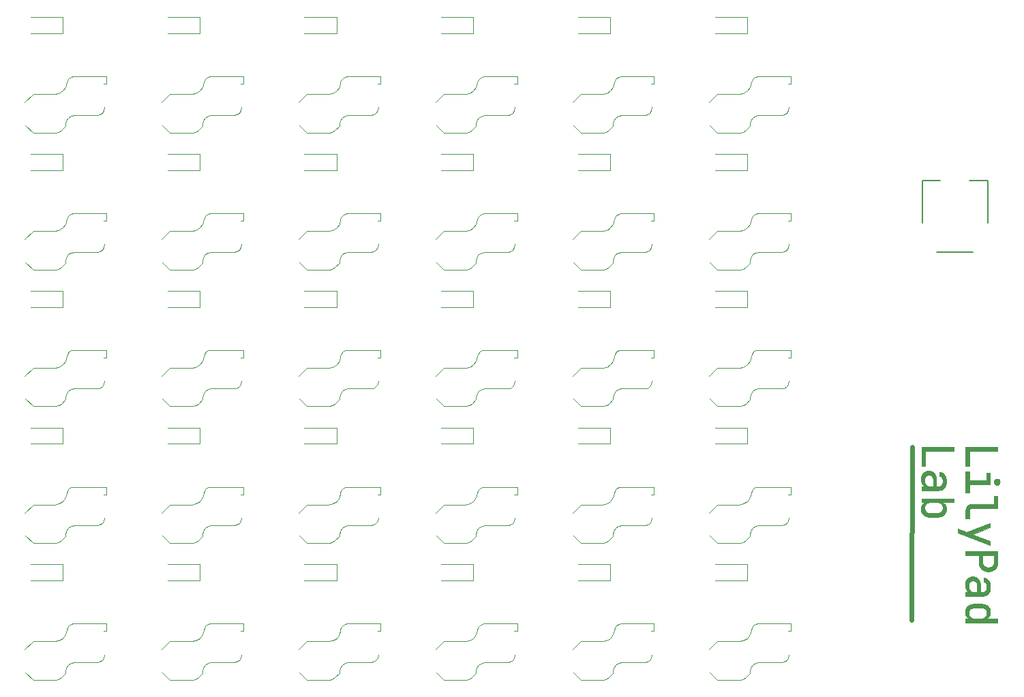
<source format=gbr>
%TF.GenerationSoftware,KiCad,Pcbnew,9.0.7*%
%TF.CreationDate,2026-01-26T14:59:18-06:00*%
%TF.ProjectId,LillyKey,4c696c6c-794b-4657-992e-6b696361645f,rev?*%
%TF.SameCoordinates,Original*%
%TF.FileFunction,Legend,Top*%
%TF.FilePolarity,Positive*%
%FSLAX46Y46*%
G04 Gerber Fmt 4.6, Leading zero omitted, Abs format (unit mm)*
G04 Created by KiCad (PCBNEW 9.0.7) date 2026-01-26 14:59:18*
%MOMM*%
%LPD*%
G01*
G04 APERTURE LIST*
%ADD10C,0.048492*%
%ADD11C,0.594825*%
%ADD12C,0.100000*%
%ADD13C,0.120000*%
%ADD14C,0.152400*%
G04 APERTURE END LIST*
D10*
D11*
X141694510Y-81398129D02*
X141590994Y-102931503D01*
D10*
X152318251Y-81920727D02*
X148770929Y-81920727D01*
X148770929Y-83727234D01*
X148322039Y-83727234D01*
X148322039Y-81428040D01*
X152318251Y-81428040D01*
X152318251Y-81920727D01*
G36*
X152318251Y-81920727D02*
G01*
X148770929Y-81920727D01*
X148770929Y-83727234D01*
X148322039Y-83727234D01*
X148322039Y-81428040D01*
X152318251Y-81428040D01*
X152318251Y-81920727D01*
G37*
X148770929Y-85533737D02*
X150883997Y-85533737D01*
X150883997Y-84575745D01*
X151332884Y-84575745D01*
X151332884Y-86026424D01*
X148770929Y-86026424D01*
X148770929Y-87039162D01*
X148322039Y-87039162D01*
X148322039Y-84466259D01*
X148770929Y-84466259D01*
X148770929Y-85533737D01*
G36*
X148770929Y-85533737D02*
G01*
X150883997Y-85533737D01*
X150883997Y-84575745D01*
X151332884Y-84575745D01*
X151332884Y-86026424D01*
X148770929Y-86026424D01*
X148770929Y-87039162D01*
X148322039Y-87039162D01*
X148322039Y-84466259D01*
X148770929Y-84466259D01*
X148770929Y-85533737D01*
G37*
X150265406Y-100900005D02*
X150329557Y-100901053D01*
X150391998Y-100904197D01*
X150452728Y-100909436D01*
X150511747Y-100916771D01*
X150569056Y-100926201D01*
X150624654Y-100937728D01*
X150678541Y-100951349D01*
X150730717Y-100967067D01*
X150781183Y-100984880D01*
X150829938Y-101004788D01*
X150876983Y-101026793D01*
X150922317Y-101050892D01*
X150965940Y-101077088D01*
X151007853Y-101105379D01*
X151048055Y-101135765D01*
X151086546Y-101168247D01*
X151123007Y-101202504D01*
X151157115Y-101238215D01*
X151188870Y-101275380D01*
X151218274Y-101314000D01*
X151245324Y-101354073D01*
X151270023Y-101395601D01*
X151292369Y-101438583D01*
X151312363Y-101483018D01*
X151330004Y-101528908D01*
X151345294Y-101576252D01*
X151358231Y-101625050D01*
X151368815Y-101675302D01*
X151377048Y-101727008D01*
X151382928Y-101780168D01*
X151386456Y-101834782D01*
X151387633Y-101890850D01*
X151386970Y-101932806D01*
X151384981Y-101973820D01*
X151381667Y-102013894D01*
X151377027Y-102053027D01*
X151371061Y-102091218D01*
X151363769Y-102128469D01*
X151355152Y-102164779D01*
X151345208Y-102200148D01*
X151333939Y-102234576D01*
X151321344Y-102268063D01*
X151307424Y-102300609D01*
X151292177Y-102332214D01*
X151275605Y-102362878D01*
X151257706Y-102392602D01*
X151238482Y-102421385D01*
X151217932Y-102449226D01*
X151196248Y-102476577D01*
X151173624Y-102502515D01*
X151150059Y-102527043D01*
X151125554Y-102550159D01*
X151100107Y-102571864D01*
X151073719Y-102592157D01*
X151046391Y-102611039D01*
X151018122Y-102628510D01*
X150988912Y-102644569D01*
X150958761Y-102659217D01*
X150927669Y-102672453D01*
X150895636Y-102684278D01*
X150862661Y-102694692D01*
X150828746Y-102703694D01*
X150793890Y-102711285D01*
X150758093Y-102717464D01*
X150758093Y-102722908D01*
X151442377Y-102711956D01*
X152318262Y-102711956D01*
X152318262Y-103204639D01*
X148322046Y-103204639D01*
X148322046Y-102711956D01*
X148896845Y-102711956D01*
X148896845Y-102706512D01*
X148860385Y-102701017D01*
X148824908Y-102694110D01*
X148790415Y-102685791D01*
X148756907Y-102676062D01*
X148724381Y-102664921D01*
X148692840Y-102652369D01*
X148662282Y-102638405D01*
X148632709Y-102623030D01*
X148604119Y-102606244D01*
X148576512Y-102588046D01*
X148549890Y-102568437D01*
X148524251Y-102547417D01*
X148499596Y-102524986D01*
X148475924Y-102501143D01*
X148453236Y-102475888D01*
X148431532Y-102449223D01*
X148411645Y-102421381D01*
X148393041Y-102392598D01*
X148375720Y-102362875D01*
X148359682Y-102332210D01*
X148344927Y-102300605D01*
X148331455Y-102268059D01*
X148319266Y-102234572D01*
X148308360Y-102200144D01*
X148298737Y-102164776D01*
X148290397Y-102128466D01*
X148283340Y-102091216D01*
X148277877Y-102055080D01*
X148694288Y-102055080D01*
X148695037Y-102092887D01*
X148697282Y-102129667D01*
X148701024Y-102165421D01*
X148706263Y-102200148D01*
X148712999Y-102233849D01*
X148721232Y-102266523D01*
X148730962Y-102298171D01*
X148742188Y-102328793D01*
X148754912Y-102358388D01*
X148769132Y-102386956D01*
X148784849Y-102414499D01*
X148802063Y-102441015D01*
X148820774Y-102466505D01*
X148840982Y-102490968D01*
X148862687Y-102514405D01*
X148885889Y-102536816D01*
X148910417Y-102558028D01*
X148936099Y-102577872D01*
X148962936Y-102596348D01*
X148990928Y-102613455D01*
X149020075Y-102629193D01*
X149050376Y-102643563D01*
X149081831Y-102656564D01*
X149114442Y-102668197D01*
X149148207Y-102678461D01*
X149183127Y-102687356D01*
X149219202Y-102694883D01*
X149256431Y-102701042D01*
X149294815Y-102705832D01*
X149334354Y-102709253D01*
X149375047Y-102711306D01*
X149416895Y-102711990D01*
X150238032Y-102711990D01*
X150279880Y-102711306D01*
X150320573Y-102709253D01*
X150360112Y-102705832D01*
X150398496Y-102701042D01*
X150435725Y-102694883D01*
X150471799Y-102687356D01*
X150506719Y-102678461D01*
X150540485Y-102668197D01*
X150573095Y-102656564D01*
X150604551Y-102643563D01*
X150634852Y-102629193D01*
X150663999Y-102613455D01*
X150691990Y-102596348D01*
X150718827Y-102577872D01*
X150744510Y-102558028D01*
X150769037Y-102536816D01*
X150792239Y-102514405D01*
X150813944Y-102490968D01*
X150834152Y-102466505D01*
X150852863Y-102441015D01*
X150870077Y-102414499D01*
X150885795Y-102386956D01*
X150900015Y-102358388D01*
X150912738Y-102328793D01*
X150923965Y-102298171D01*
X150933695Y-102266523D01*
X150941927Y-102233849D01*
X150948663Y-102200148D01*
X150953902Y-102165421D01*
X150957644Y-102129667D01*
X150959890Y-102092887D01*
X150960638Y-102055080D01*
X150959997Y-102016611D01*
X150958072Y-101979210D01*
X150954865Y-101942879D01*
X150950374Y-101907617D01*
X150944601Y-101873424D01*
X150937544Y-101840300D01*
X150929205Y-101808246D01*
X150919582Y-101777260D01*
X150908676Y-101747344D01*
X150896488Y-101718497D01*
X150883016Y-101690719D01*
X150868261Y-101664011D01*
X150852223Y-101638371D01*
X150834903Y-101613801D01*
X150816299Y-101590299D01*
X150796412Y-101567867D01*
X150775734Y-101546655D01*
X150753388Y-101526811D01*
X150729374Y-101508335D01*
X150703692Y-101491228D01*
X150676342Y-101475490D01*
X150647324Y-101461120D01*
X150616638Y-101448119D01*
X150584284Y-101436486D01*
X150550262Y-101426222D01*
X150514572Y-101417326D01*
X150477214Y-101409799D01*
X150438189Y-101403641D01*
X150397495Y-101398851D01*
X150355133Y-101395430D01*
X150311103Y-101393377D01*
X150265406Y-101392693D01*
X149389521Y-101392693D01*
X149344465Y-101393377D01*
X149300993Y-101395430D01*
X149259102Y-101398851D01*
X149218794Y-101403641D01*
X149180068Y-101409799D01*
X149142924Y-101417326D01*
X149107362Y-101426222D01*
X149073383Y-101436486D01*
X149040987Y-101448119D01*
X149010172Y-101461120D01*
X148980940Y-101475490D01*
X148953291Y-101491228D01*
X148927223Y-101508335D01*
X148902738Y-101526811D01*
X148879835Y-101546655D01*
X148858515Y-101567867D01*
X148838628Y-101590299D01*
X148820024Y-101613801D01*
X148802703Y-101638371D01*
X148786665Y-101664011D01*
X148771911Y-101690719D01*
X148758439Y-101718497D01*
X148746250Y-101747344D01*
X148735345Y-101777260D01*
X148725722Y-101808246D01*
X148717382Y-101840300D01*
X148710326Y-101873424D01*
X148704552Y-101907617D01*
X148700062Y-101942879D01*
X148696854Y-101979210D01*
X148694930Y-102016611D01*
X148694288Y-102055080D01*
X148277877Y-102055080D01*
X148277566Y-102053024D01*
X148273076Y-102013892D01*
X148269868Y-101973819D01*
X148267943Y-101932805D01*
X148267302Y-101890850D01*
X148267298Y-101890850D01*
X148268474Y-101835424D01*
X148272002Y-101781366D01*
X148277883Y-101728677D01*
X148286116Y-101677356D01*
X148296701Y-101627403D01*
X148309638Y-101578819D01*
X148324927Y-101531603D01*
X148342569Y-101485756D01*
X148362563Y-101441278D01*
X148384909Y-101398168D01*
X148409608Y-101356426D01*
X148436658Y-101316053D01*
X148466062Y-101277049D01*
X148497817Y-101239413D01*
X148531924Y-101203146D01*
X148568384Y-101168247D01*
X148606854Y-101135765D01*
X148646992Y-101105379D01*
X148688798Y-101077088D01*
X148732272Y-101050892D01*
X148777413Y-101026793D01*
X148824223Y-101004788D01*
X148872700Y-100984880D01*
X148922845Y-100967067D01*
X148974658Y-100951349D01*
X149028139Y-100937728D01*
X149083288Y-100926201D01*
X149140105Y-100916771D01*
X149198589Y-100909436D01*
X149258742Y-100904197D01*
X149320562Y-100901053D01*
X149384051Y-100900005D01*
X150265406Y-100900005D01*
G36*
X150265406Y-100900005D02*
G01*
X150329557Y-100901053D01*
X150391998Y-100904197D01*
X150452728Y-100909436D01*
X150511747Y-100916771D01*
X150569056Y-100926201D01*
X150624654Y-100937728D01*
X150678541Y-100951349D01*
X150730717Y-100967067D01*
X150781183Y-100984880D01*
X150829938Y-101004788D01*
X150876983Y-101026793D01*
X150922317Y-101050892D01*
X150965940Y-101077088D01*
X151007853Y-101105379D01*
X151048055Y-101135765D01*
X151086546Y-101168247D01*
X151123007Y-101202504D01*
X151157115Y-101238215D01*
X151188870Y-101275380D01*
X151218274Y-101314000D01*
X151245324Y-101354073D01*
X151270023Y-101395601D01*
X151292369Y-101438583D01*
X151312363Y-101483018D01*
X151330004Y-101528908D01*
X151345294Y-101576252D01*
X151358231Y-101625050D01*
X151368815Y-101675302D01*
X151377048Y-101727008D01*
X151382928Y-101780168D01*
X151386456Y-101834782D01*
X151387633Y-101890850D01*
X151386970Y-101932806D01*
X151384981Y-101973820D01*
X151381667Y-102013894D01*
X151377027Y-102053027D01*
X151371061Y-102091218D01*
X151363769Y-102128469D01*
X151355152Y-102164779D01*
X151345208Y-102200148D01*
X151333939Y-102234576D01*
X151321344Y-102268063D01*
X151307424Y-102300609D01*
X151292177Y-102332214D01*
X151275605Y-102362878D01*
X151257706Y-102392602D01*
X151238482Y-102421385D01*
X151217932Y-102449226D01*
X151196248Y-102476577D01*
X151173624Y-102502515D01*
X151150059Y-102527043D01*
X151125554Y-102550159D01*
X151100107Y-102571864D01*
X151073719Y-102592157D01*
X151046391Y-102611039D01*
X151018122Y-102628510D01*
X150988912Y-102644569D01*
X150958761Y-102659217D01*
X150927669Y-102672453D01*
X150895636Y-102684278D01*
X150862661Y-102694692D01*
X150828746Y-102703694D01*
X150793890Y-102711285D01*
X150758093Y-102717464D01*
X150758093Y-102722908D01*
X151442377Y-102711956D01*
X152318262Y-102711956D01*
X152318262Y-103204639D01*
X148322046Y-103204639D01*
X148322046Y-102711956D01*
X148896845Y-102711956D01*
X148896845Y-102706512D01*
X148860385Y-102701017D01*
X148824908Y-102694110D01*
X148790415Y-102685791D01*
X148756907Y-102676062D01*
X148724381Y-102664921D01*
X148692840Y-102652369D01*
X148662282Y-102638405D01*
X148632709Y-102623030D01*
X148604119Y-102606244D01*
X148576512Y-102588046D01*
X148549890Y-102568437D01*
X148524251Y-102547417D01*
X148499596Y-102524986D01*
X148475924Y-102501143D01*
X148453236Y-102475888D01*
X148431532Y-102449223D01*
X148411645Y-102421381D01*
X148393041Y-102392598D01*
X148375720Y-102362875D01*
X148359682Y-102332210D01*
X148344927Y-102300605D01*
X148331455Y-102268059D01*
X148319266Y-102234572D01*
X148308360Y-102200144D01*
X148298737Y-102164776D01*
X148290397Y-102128466D01*
X148283340Y-102091216D01*
X148277877Y-102055080D01*
X148694288Y-102055080D01*
X148695037Y-102092887D01*
X148697282Y-102129667D01*
X148701024Y-102165421D01*
X148706263Y-102200148D01*
X148712999Y-102233849D01*
X148721232Y-102266523D01*
X148730962Y-102298171D01*
X148742188Y-102328793D01*
X148754912Y-102358388D01*
X148769132Y-102386956D01*
X148784849Y-102414499D01*
X148802063Y-102441015D01*
X148820774Y-102466505D01*
X148840982Y-102490968D01*
X148862687Y-102514405D01*
X148885889Y-102536816D01*
X148910417Y-102558028D01*
X148936099Y-102577872D01*
X148962936Y-102596348D01*
X148990928Y-102613455D01*
X149020075Y-102629193D01*
X149050376Y-102643563D01*
X149081831Y-102656564D01*
X149114442Y-102668197D01*
X149148207Y-102678461D01*
X149183127Y-102687356D01*
X149219202Y-102694883D01*
X149256431Y-102701042D01*
X149294815Y-102705832D01*
X149334354Y-102709253D01*
X149375047Y-102711306D01*
X149416895Y-102711990D01*
X150238032Y-102711990D01*
X150279880Y-102711306D01*
X150320573Y-102709253D01*
X150360112Y-102705832D01*
X150398496Y-102701042D01*
X150435725Y-102694883D01*
X150471799Y-102687356D01*
X150506719Y-102678461D01*
X150540485Y-102668197D01*
X150573095Y-102656564D01*
X150604551Y-102643563D01*
X150634852Y-102629193D01*
X150663999Y-102613455D01*
X150691990Y-102596348D01*
X150718827Y-102577872D01*
X150744510Y-102558028D01*
X150769037Y-102536816D01*
X150792239Y-102514405D01*
X150813944Y-102490968D01*
X150834152Y-102466505D01*
X150852863Y-102441015D01*
X150870077Y-102414499D01*
X150885795Y-102386956D01*
X150900015Y-102358388D01*
X150912738Y-102328793D01*
X150923965Y-102298171D01*
X150933695Y-102266523D01*
X150941927Y-102233849D01*
X150948663Y-102200148D01*
X150953902Y-102165421D01*
X150957644Y-102129667D01*
X150959890Y-102092887D01*
X150960638Y-102055080D01*
X150959997Y-102016611D01*
X150958072Y-101979210D01*
X150954865Y-101942879D01*
X150950374Y-101907617D01*
X150944601Y-101873424D01*
X150937544Y-101840300D01*
X150929205Y-101808246D01*
X150919582Y-101777260D01*
X150908676Y-101747344D01*
X150896488Y-101718497D01*
X150883016Y-101690719D01*
X150868261Y-101664011D01*
X150852223Y-101638371D01*
X150834903Y-101613801D01*
X150816299Y-101590299D01*
X150796412Y-101567867D01*
X150775734Y-101546655D01*
X150753388Y-101526811D01*
X150729374Y-101508335D01*
X150703692Y-101491228D01*
X150676342Y-101475490D01*
X150647324Y-101461120D01*
X150616638Y-101448119D01*
X150584284Y-101436486D01*
X150550262Y-101426222D01*
X150514572Y-101417326D01*
X150477214Y-101409799D01*
X150438189Y-101403641D01*
X150397495Y-101398851D01*
X150355133Y-101395430D01*
X150311103Y-101393377D01*
X150265406Y-101392693D01*
X149389521Y-101392693D01*
X149344465Y-101393377D01*
X149300993Y-101395430D01*
X149259102Y-101398851D01*
X149218794Y-101403641D01*
X149180068Y-101409799D01*
X149142924Y-101417326D01*
X149107362Y-101426222D01*
X149073383Y-101436486D01*
X149040987Y-101448119D01*
X149010172Y-101461120D01*
X148980940Y-101475490D01*
X148953291Y-101491228D01*
X148927223Y-101508335D01*
X148902738Y-101526811D01*
X148879835Y-101546655D01*
X148858515Y-101567867D01*
X148838628Y-101590299D01*
X148820024Y-101613801D01*
X148802703Y-101638371D01*
X148786665Y-101664011D01*
X148771911Y-101690719D01*
X148758439Y-101718497D01*
X148746250Y-101747344D01*
X148735345Y-101777260D01*
X148725722Y-101808246D01*
X148717382Y-101840300D01*
X148710326Y-101873424D01*
X148704552Y-101907617D01*
X148700062Y-101942879D01*
X148696854Y-101979210D01*
X148694930Y-102016611D01*
X148694288Y-102055080D01*
X148277877Y-102055080D01*
X148277566Y-102053024D01*
X148273076Y-102013892D01*
X148269868Y-101973819D01*
X148267943Y-101932805D01*
X148267302Y-101890850D01*
X148267298Y-101890850D01*
X148268474Y-101835424D01*
X148272002Y-101781366D01*
X148277883Y-101728677D01*
X148286116Y-101677356D01*
X148296701Y-101627403D01*
X148309638Y-101578819D01*
X148324927Y-101531603D01*
X148342569Y-101485756D01*
X148362563Y-101441278D01*
X148384909Y-101398168D01*
X148409608Y-101356426D01*
X148436658Y-101316053D01*
X148466062Y-101277049D01*
X148497817Y-101239413D01*
X148531924Y-101203146D01*
X148568384Y-101168247D01*
X148606854Y-101135765D01*
X148646992Y-101105379D01*
X148688798Y-101077088D01*
X148732272Y-101050892D01*
X148777413Y-101026793D01*
X148824223Y-101004788D01*
X148872700Y-100984880D01*
X148922845Y-100967067D01*
X148974658Y-100951349D01*
X149028139Y-100937728D01*
X149083288Y-100926201D01*
X149140105Y-100916771D01*
X149198589Y-100909436D01*
X149258742Y-100904197D01*
X149320562Y-100901053D01*
X149384051Y-100900005D01*
X150265406Y-100900005D01*
G37*
X149225306Y-97506196D02*
X149243489Y-97506454D01*
X149277554Y-97507930D01*
X149311062Y-97510389D01*
X149344015Y-97513832D01*
X149376412Y-97518259D01*
X149408252Y-97523669D01*
X149439537Y-97530063D01*
X149470265Y-97537441D01*
X149500437Y-97545803D01*
X149530054Y-97555148D01*
X149559114Y-97565476D01*
X149587618Y-97576789D01*
X149615566Y-97589085D01*
X149642958Y-97602364D01*
X149669794Y-97616627D01*
X149696074Y-97631874D01*
X149721713Y-97647997D01*
X149746624Y-97664891D01*
X149770809Y-97682554D01*
X149794267Y-97700986D01*
X149816998Y-97720189D01*
X149839001Y-97740162D01*
X149860278Y-97760904D01*
X149880828Y-97782416D01*
X149900651Y-97804698D01*
X149919747Y-97827750D01*
X149938116Y-97851571D01*
X149955758Y-97876163D01*
X149972673Y-97901524D01*
X149988861Y-97927655D01*
X150004322Y-97954556D01*
X150019056Y-97982227D01*
X150033641Y-98010540D01*
X150047284Y-98039366D01*
X150059986Y-98068704D01*
X150071747Y-98098556D01*
X150082568Y-98128922D01*
X150092447Y-98159800D01*
X150101385Y-98191192D01*
X150109383Y-98223096D01*
X150116439Y-98255514D01*
X150122555Y-98288445D01*
X150127730Y-98321889D01*
X150131964Y-98355847D01*
X150135256Y-98390317D01*
X150137609Y-98425301D01*
X150139020Y-98460797D01*
X150139490Y-98496807D01*
X150139490Y-99427433D01*
X150374884Y-99427433D01*
X150410921Y-99426808D01*
X150445814Y-99424931D01*
X150479563Y-99421804D01*
X150512167Y-99417425D01*
X150543628Y-99411796D01*
X150573945Y-99404916D01*
X150603118Y-99396785D01*
X150631147Y-99387403D01*
X150658032Y-99376770D01*
X150683773Y-99364886D01*
X150708369Y-99351751D01*
X150731822Y-99337365D01*
X150754131Y-99321728D01*
X150775296Y-99304840D01*
X150795316Y-99286702D01*
X150814193Y-99267312D01*
X150831926Y-99246671D01*
X150848514Y-99224780D01*
X150863959Y-99201637D01*
X150878259Y-99177244D01*
X150891416Y-99151599D01*
X150903428Y-99124704D01*
X150914297Y-99096557D01*
X150924021Y-99067160D01*
X150932601Y-99036511D01*
X150940038Y-99004612D01*
X150946330Y-98971462D01*
X150951478Y-98937060D01*
X150955482Y-98901408D01*
X150958342Y-98864505D01*
X150960059Y-98826351D01*
X150960631Y-98786945D01*
X150960224Y-98751790D01*
X150959005Y-98717491D01*
X150956974Y-98684046D01*
X150954130Y-98651457D01*
X150950474Y-98619724D01*
X150946005Y-98588845D01*
X150940723Y-98558822D01*
X150934629Y-98529654D01*
X150927722Y-98501342D01*
X150920003Y-98473885D01*
X150911471Y-98447284D01*
X150902127Y-98421537D01*
X150891970Y-98396646D01*
X150881000Y-98372611D01*
X150869218Y-98349431D01*
X150856623Y-98327106D01*
X150843300Y-98305851D01*
X150829336Y-98285879D01*
X150814731Y-98267189D01*
X150799484Y-98249783D01*
X150783595Y-98233660D01*
X150767066Y-98218819D01*
X150749894Y-98205262D01*
X150732082Y-98192988D01*
X150713627Y-98181997D01*
X150704160Y-98176982D01*
X150694532Y-98172289D01*
X150684743Y-98167916D01*
X150674794Y-98163863D01*
X150654415Y-98156721D01*
X150633395Y-98150862D01*
X150611733Y-98146286D01*
X150589430Y-98142993D01*
X150566485Y-98140984D01*
X150566485Y-97648296D01*
X150610472Y-97652787D01*
X150653475Y-97659415D01*
X150695495Y-97668183D01*
X150736531Y-97679088D01*
X150776583Y-97692132D01*
X150815652Y-97707314D01*
X150853737Y-97724635D01*
X150890838Y-97744094D01*
X150926956Y-97765692D01*
X150962090Y-97789428D01*
X150996240Y-97815302D01*
X151029407Y-97843315D01*
X151061589Y-97873466D01*
X151092788Y-97905755D01*
X151123004Y-97940183D01*
X151152235Y-97976749D01*
X151180739Y-98015839D01*
X151207404Y-98056468D01*
X151232231Y-98098637D01*
X151255218Y-98142345D01*
X151276367Y-98187594D01*
X151295676Y-98234381D01*
X151313147Y-98282708D01*
X151328779Y-98332575D01*
X151342572Y-98383982D01*
X151354525Y-98436928D01*
X151364640Y-98491414D01*
X151372916Y-98547439D01*
X151379353Y-98605004D01*
X151383951Y-98664109D01*
X151386709Y-98724754D01*
X151387629Y-98786938D01*
X151386602Y-98854361D01*
X151383523Y-98919774D01*
X151378391Y-98983178D01*
X151371206Y-99044571D01*
X151361969Y-99103954D01*
X151350678Y-99161327D01*
X151337335Y-99216689D01*
X151321939Y-99270042D01*
X151304490Y-99321384D01*
X151284988Y-99370717D01*
X151263433Y-99418039D01*
X151239825Y-99463352D01*
X151214164Y-99506654D01*
X151186451Y-99547946D01*
X151156684Y-99587228D01*
X151124865Y-99624500D01*
X151091207Y-99660297D01*
X151055924Y-99693784D01*
X151019016Y-99724962D01*
X150980482Y-99753830D01*
X150940324Y-99780389D01*
X150898540Y-99804638D01*
X150855131Y-99826577D01*
X150810097Y-99846208D01*
X150763437Y-99863528D01*
X150715153Y-99878540D01*
X150665243Y-99891241D01*
X150613708Y-99901634D01*
X150560547Y-99909717D01*
X150505761Y-99915490D01*
X150449350Y-99918954D01*
X150391314Y-99920109D01*
X148322046Y-99920109D01*
X148322046Y-99432899D01*
X148869471Y-99432899D01*
X148869471Y-99421947D01*
X148835021Y-99415725D01*
X148801470Y-99408005D01*
X148768816Y-99398788D01*
X148737061Y-99388075D01*
X148706204Y-99375865D01*
X148676245Y-99362158D01*
X148647185Y-99346954D01*
X148619022Y-99330253D01*
X148591758Y-99312055D01*
X148565391Y-99292361D01*
X148539923Y-99271169D01*
X148515353Y-99248481D01*
X148491681Y-99224296D01*
X148468907Y-99198613D01*
X148447032Y-99171434D01*
X148426054Y-99142757D01*
X148406830Y-99112734D01*
X148388847Y-99081514D01*
X148372103Y-99049096D01*
X148356600Y-99015481D01*
X148342337Y-98980668D01*
X148329314Y-98944658D01*
X148317532Y-98907450D01*
X148306990Y-98869045D01*
X148297688Y-98829443D01*
X148289626Y-98788642D01*
X148282805Y-98746644D01*
X148277224Y-98703449D01*
X148272883Y-98659056D01*
X148271528Y-98639137D01*
X148683344Y-98639137D01*
X148684028Y-98683722D01*
X148686081Y-98727152D01*
X148689503Y-98769428D01*
X148694292Y-98810549D01*
X148700451Y-98850515D01*
X148707978Y-98889327D01*
X148716874Y-98926984D01*
X148727138Y-98963487D01*
X148738770Y-98998834D01*
X148751772Y-99033028D01*
X148766141Y-99066066D01*
X148781880Y-99097949D01*
X148798987Y-99128678D01*
X148817462Y-99158252D01*
X148837306Y-99186672D01*
X148858519Y-99213936D01*
X148880908Y-99239789D01*
X148904281Y-99263974D01*
X148928637Y-99286491D01*
X148953978Y-99307340D01*
X148980301Y-99326522D01*
X149007609Y-99344035D01*
X149035900Y-99359881D01*
X149065174Y-99374058D01*
X149095433Y-99386568D01*
X149126674Y-99397410D01*
X149158900Y-99406583D01*
X149192109Y-99414089D01*
X149226302Y-99419927D01*
X149261479Y-99424097D01*
X149297640Y-99426599D01*
X149334784Y-99427433D01*
X149756304Y-99427433D01*
X149756304Y-98551552D01*
X149755727Y-98521785D01*
X149753995Y-98492703D01*
X149751108Y-98464305D01*
X149747066Y-98436592D01*
X149741870Y-98409562D01*
X149735519Y-98383217D01*
X149728014Y-98357557D01*
X149719354Y-98332581D01*
X149709539Y-98308289D01*
X149698569Y-98284681D01*
X149686445Y-98261758D01*
X149673166Y-98239519D01*
X149658733Y-98217964D01*
X149643144Y-98197094D01*
X149626401Y-98176908D01*
X149608503Y-98157406D01*
X149590326Y-98139507D01*
X149571379Y-98122763D01*
X149551662Y-98107173D01*
X149531176Y-98092739D01*
X149509920Y-98079459D01*
X149487895Y-98067334D01*
X149465100Y-98056364D01*
X149441535Y-98046549D01*
X149417201Y-98037888D01*
X149392096Y-98030383D01*
X149366222Y-98024032D01*
X149339579Y-98018835D01*
X149312165Y-98014794D01*
X149283982Y-98011907D01*
X149255029Y-98010175D01*
X149225306Y-98009598D01*
X149194235Y-98010239D01*
X149163977Y-98012164D01*
X149134531Y-98015372D01*
X149105898Y-98019862D01*
X149078078Y-98025636D01*
X149051070Y-98032693D01*
X149024874Y-98041033D01*
X148999491Y-98050655D01*
X148974921Y-98061561D01*
X148951163Y-98073750D01*
X148928218Y-98087222D01*
X148906086Y-98101976D01*
X148884766Y-98118014D01*
X148864259Y-98135334D01*
X148844564Y-98153938D01*
X148825682Y-98173824D01*
X148808446Y-98195529D01*
X148792322Y-98218218D01*
X148777310Y-98241890D01*
X148763410Y-98266545D01*
X148750622Y-98292184D01*
X148738946Y-98318807D01*
X148728383Y-98346414D01*
X148718931Y-98375004D01*
X148710591Y-98404578D01*
X148703363Y-98435135D01*
X148697247Y-98466676D01*
X148692244Y-98499201D01*
X148688352Y-98532709D01*
X148685572Y-98567202D01*
X148683904Y-98602678D01*
X148683348Y-98639137D01*
X148683344Y-98639137D01*
X148271528Y-98639137D01*
X148269782Y-98613466D01*
X148267922Y-98566678D01*
X148267302Y-98518692D01*
X148267298Y-98518703D01*
X148268303Y-98461287D01*
X148271318Y-98405368D01*
X148276343Y-98350946D01*
X148283378Y-98298021D01*
X148292423Y-98246592D01*
X148303478Y-98196661D01*
X148316543Y-98148226D01*
X148331618Y-98101288D01*
X148348703Y-98055848D01*
X148367799Y-98011904D01*
X148388904Y-97969457D01*
X148412020Y-97928506D01*
X148437145Y-97889053D01*
X148464281Y-97851097D01*
X148493428Y-97814637D01*
X148524584Y-97779675D01*
X148558050Y-97746530D01*
X148592756Y-97715524D01*
X148628703Y-97686656D01*
X148665889Y-97659927D01*
X148704316Y-97635335D01*
X148743983Y-97612882D01*
X148784890Y-97592568D01*
X148827038Y-97574391D01*
X148870426Y-97558353D01*
X148915054Y-97544454D01*
X148960922Y-97532693D01*
X149008031Y-97523070D01*
X149056380Y-97515585D01*
X149105969Y-97510239D01*
X149156798Y-97507032D01*
X149208868Y-97505962D01*
X149225306Y-97506196D01*
G36*
X149225306Y-97506196D02*
G01*
X149243489Y-97506454D01*
X149277554Y-97507930D01*
X149311062Y-97510389D01*
X149344015Y-97513832D01*
X149376412Y-97518259D01*
X149408252Y-97523669D01*
X149439537Y-97530063D01*
X149470265Y-97537441D01*
X149500437Y-97545803D01*
X149530054Y-97555148D01*
X149559114Y-97565476D01*
X149587618Y-97576789D01*
X149615566Y-97589085D01*
X149642958Y-97602364D01*
X149669794Y-97616627D01*
X149696074Y-97631874D01*
X149721713Y-97647997D01*
X149746624Y-97664891D01*
X149770809Y-97682554D01*
X149794267Y-97700986D01*
X149816998Y-97720189D01*
X149839001Y-97740162D01*
X149860278Y-97760904D01*
X149880828Y-97782416D01*
X149900651Y-97804698D01*
X149919747Y-97827750D01*
X149938116Y-97851571D01*
X149955758Y-97876163D01*
X149972673Y-97901524D01*
X149988861Y-97927655D01*
X150004322Y-97954556D01*
X150019056Y-97982227D01*
X150033641Y-98010540D01*
X150047284Y-98039366D01*
X150059986Y-98068704D01*
X150071747Y-98098556D01*
X150082568Y-98128922D01*
X150092447Y-98159800D01*
X150101385Y-98191192D01*
X150109383Y-98223096D01*
X150116439Y-98255514D01*
X150122555Y-98288445D01*
X150127730Y-98321889D01*
X150131964Y-98355847D01*
X150135256Y-98390317D01*
X150137609Y-98425301D01*
X150139020Y-98460797D01*
X150139490Y-98496807D01*
X150139490Y-99427433D01*
X150374884Y-99427433D01*
X150410921Y-99426808D01*
X150445814Y-99424931D01*
X150479563Y-99421804D01*
X150512167Y-99417425D01*
X150543628Y-99411796D01*
X150573945Y-99404916D01*
X150603118Y-99396785D01*
X150631147Y-99387403D01*
X150658032Y-99376770D01*
X150683773Y-99364886D01*
X150708369Y-99351751D01*
X150731822Y-99337365D01*
X150754131Y-99321728D01*
X150775296Y-99304840D01*
X150795316Y-99286702D01*
X150814193Y-99267312D01*
X150831926Y-99246671D01*
X150848514Y-99224780D01*
X150863959Y-99201637D01*
X150878259Y-99177244D01*
X150891416Y-99151599D01*
X150903428Y-99124704D01*
X150914297Y-99096557D01*
X150924021Y-99067160D01*
X150932601Y-99036511D01*
X150940038Y-99004612D01*
X150946330Y-98971462D01*
X150951478Y-98937060D01*
X150955482Y-98901408D01*
X150958342Y-98864505D01*
X150960059Y-98826351D01*
X150960631Y-98786945D01*
X150960224Y-98751790D01*
X150959005Y-98717491D01*
X150956974Y-98684046D01*
X150954130Y-98651457D01*
X150950474Y-98619724D01*
X150946005Y-98588845D01*
X150940723Y-98558822D01*
X150934629Y-98529654D01*
X150927722Y-98501342D01*
X150920003Y-98473885D01*
X150911471Y-98447284D01*
X150902127Y-98421537D01*
X150891970Y-98396646D01*
X150881000Y-98372611D01*
X150869218Y-98349431D01*
X150856623Y-98327106D01*
X150843300Y-98305851D01*
X150829336Y-98285879D01*
X150814731Y-98267189D01*
X150799484Y-98249783D01*
X150783595Y-98233660D01*
X150767066Y-98218819D01*
X150749894Y-98205262D01*
X150732082Y-98192988D01*
X150713627Y-98181997D01*
X150704160Y-98176982D01*
X150694532Y-98172289D01*
X150684743Y-98167916D01*
X150674794Y-98163863D01*
X150654415Y-98156721D01*
X150633395Y-98150862D01*
X150611733Y-98146286D01*
X150589430Y-98142993D01*
X150566485Y-98140984D01*
X150566485Y-97648296D01*
X150610472Y-97652787D01*
X150653475Y-97659415D01*
X150695495Y-97668183D01*
X150736531Y-97679088D01*
X150776583Y-97692132D01*
X150815652Y-97707314D01*
X150853737Y-97724635D01*
X150890838Y-97744094D01*
X150926956Y-97765692D01*
X150962090Y-97789428D01*
X150996240Y-97815302D01*
X151029407Y-97843315D01*
X151061589Y-97873466D01*
X151092788Y-97905755D01*
X151123004Y-97940183D01*
X151152235Y-97976749D01*
X151180739Y-98015839D01*
X151207404Y-98056468D01*
X151232231Y-98098637D01*
X151255218Y-98142345D01*
X151276367Y-98187594D01*
X151295676Y-98234381D01*
X151313147Y-98282708D01*
X151328779Y-98332575D01*
X151342572Y-98383982D01*
X151354525Y-98436928D01*
X151364640Y-98491414D01*
X151372916Y-98547439D01*
X151379353Y-98605004D01*
X151383951Y-98664109D01*
X151386709Y-98724754D01*
X151387629Y-98786938D01*
X151386602Y-98854361D01*
X151383523Y-98919774D01*
X151378391Y-98983178D01*
X151371206Y-99044571D01*
X151361969Y-99103954D01*
X151350678Y-99161327D01*
X151337335Y-99216689D01*
X151321939Y-99270042D01*
X151304490Y-99321384D01*
X151284988Y-99370717D01*
X151263433Y-99418039D01*
X151239825Y-99463352D01*
X151214164Y-99506654D01*
X151186451Y-99547946D01*
X151156684Y-99587228D01*
X151124865Y-99624500D01*
X151091207Y-99660297D01*
X151055924Y-99693784D01*
X151019016Y-99724962D01*
X150980482Y-99753830D01*
X150940324Y-99780389D01*
X150898540Y-99804638D01*
X150855131Y-99826577D01*
X150810097Y-99846208D01*
X150763437Y-99863528D01*
X150715153Y-99878540D01*
X150665243Y-99891241D01*
X150613708Y-99901634D01*
X150560547Y-99909717D01*
X150505761Y-99915490D01*
X150449350Y-99918954D01*
X150391314Y-99920109D01*
X148322046Y-99920109D01*
X148322046Y-99432899D01*
X148869471Y-99432899D01*
X148869471Y-99421947D01*
X148835021Y-99415725D01*
X148801470Y-99408005D01*
X148768816Y-99398788D01*
X148737061Y-99388075D01*
X148706204Y-99375865D01*
X148676245Y-99362158D01*
X148647185Y-99346954D01*
X148619022Y-99330253D01*
X148591758Y-99312055D01*
X148565391Y-99292361D01*
X148539923Y-99271169D01*
X148515353Y-99248481D01*
X148491681Y-99224296D01*
X148468907Y-99198613D01*
X148447032Y-99171434D01*
X148426054Y-99142757D01*
X148406830Y-99112734D01*
X148388847Y-99081514D01*
X148372103Y-99049096D01*
X148356600Y-99015481D01*
X148342337Y-98980668D01*
X148329314Y-98944658D01*
X148317532Y-98907450D01*
X148306990Y-98869045D01*
X148297688Y-98829443D01*
X148289626Y-98788642D01*
X148282805Y-98746644D01*
X148277224Y-98703449D01*
X148272883Y-98659056D01*
X148271528Y-98639137D01*
X148683344Y-98639137D01*
X148684028Y-98683722D01*
X148686081Y-98727152D01*
X148689503Y-98769428D01*
X148694292Y-98810549D01*
X148700451Y-98850515D01*
X148707978Y-98889327D01*
X148716874Y-98926984D01*
X148727138Y-98963487D01*
X148738770Y-98998834D01*
X148751772Y-99033028D01*
X148766141Y-99066066D01*
X148781880Y-99097949D01*
X148798987Y-99128678D01*
X148817462Y-99158252D01*
X148837306Y-99186672D01*
X148858519Y-99213936D01*
X148880908Y-99239789D01*
X148904281Y-99263974D01*
X148928637Y-99286491D01*
X148953978Y-99307340D01*
X148980301Y-99326522D01*
X149007609Y-99344035D01*
X149035900Y-99359881D01*
X149065174Y-99374058D01*
X149095433Y-99386568D01*
X149126674Y-99397410D01*
X149158900Y-99406583D01*
X149192109Y-99414089D01*
X149226302Y-99419927D01*
X149261479Y-99424097D01*
X149297640Y-99426599D01*
X149334784Y-99427433D01*
X149756304Y-99427433D01*
X149756304Y-98551552D01*
X149755727Y-98521785D01*
X149753995Y-98492703D01*
X149751108Y-98464305D01*
X149747066Y-98436592D01*
X149741870Y-98409562D01*
X149735519Y-98383217D01*
X149728014Y-98357557D01*
X149719354Y-98332581D01*
X149709539Y-98308289D01*
X149698569Y-98284681D01*
X149686445Y-98261758D01*
X149673166Y-98239519D01*
X149658733Y-98217964D01*
X149643144Y-98197094D01*
X149626401Y-98176908D01*
X149608503Y-98157406D01*
X149590326Y-98139507D01*
X149571379Y-98122763D01*
X149551662Y-98107173D01*
X149531176Y-98092739D01*
X149509920Y-98079459D01*
X149487895Y-98067334D01*
X149465100Y-98056364D01*
X149441535Y-98046549D01*
X149417201Y-98037888D01*
X149392096Y-98030383D01*
X149366222Y-98024032D01*
X149339579Y-98018835D01*
X149312165Y-98014794D01*
X149283982Y-98011907D01*
X149255029Y-98010175D01*
X149225306Y-98009598D01*
X149194235Y-98010239D01*
X149163977Y-98012164D01*
X149134531Y-98015372D01*
X149105898Y-98019862D01*
X149078078Y-98025636D01*
X149051070Y-98032693D01*
X149024874Y-98041033D01*
X148999491Y-98050655D01*
X148974921Y-98061561D01*
X148951163Y-98073750D01*
X148928218Y-98087222D01*
X148906086Y-98101976D01*
X148884766Y-98118014D01*
X148864259Y-98135334D01*
X148844564Y-98153938D01*
X148825682Y-98173824D01*
X148808446Y-98195529D01*
X148792322Y-98218218D01*
X148777310Y-98241890D01*
X148763410Y-98266545D01*
X148750622Y-98292184D01*
X148738946Y-98318807D01*
X148728383Y-98346414D01*
X148718931Y-98375004D01*
X148710591Y-98404578D01*
X148703363Y-98435135D01*
X148697247Y-98466676D01*
X148692244Y-98499201D01*
X148688352Y-98532709D01*
X148685572Y-98567202D01*
X148683904Y-98602678D01*
X148683348Y-98639137D01*
X148683344Y-98639137D01*
X148271528Y-98639137D01*
X148269782Y-98613466D01*
X148267922Y-98566678D01*
X148267302Y-98518692D01*
X148267298Y-98518703D01*
X148268303Y-98461287D01*
X148271318Y-98405368D01*
X148276343Y-98350946D01*
X148283378Y-98298021D01*
X148292423Y-98246592D01*
X148303478Y-98196661D01*
X148316543Y-98148226D01*
X148331618Y-98101288D01*
X148348703Y-98055848D01*
X148367799Y-98011904D01*
X148388904Y-97969457D01*
X148412020Y-97928506D01*
X148437145Y-97889053D01*
X148464281Y-97851097D01*
X148493428Y-97814637D01*
X148524584Y-97779675D01*
X148558050Y-97746530D01*
X148592756Y-97715524D01*
X148628703Y-97686656D01*
X148665889Y-97659927D01*
X148704316Y-97635335D01*
X148743983Y-97612882D01*
X148784890Y-97592568D01*
X148827038Y-97574391D01*
X148870426Y-97558353D01*
X148915054Y-97544454D01*
X148960922Y-97532693D01*
X149008031Y-97523070D01*
X149056380Y-97515585D01*
X149105969Y-97510239D01*
X149156798Y-97507032D01*
X149208868Y-97505962D01*
X149225306Y-97506196D01*
G37*
X144763777Y-87789177D02*
X146843992Y-87789177D01*
X146843992Y-88281857D01*
X145968115Y-88281857D01*
X145283831Y-88270916D01*
X145283831Y-88276356D01*
X145319628Y-88282515D01*
X145354484Y-88290042D01*
X145388400Y-88298938D01*
X145421374Y-88309202D01*
X145453407Y-88320835D01*
X145484499Y-88333836D01*
X145514651Y-88348206D01*
X145543861Y-88363944D01*
X145572130Y-88381051D01*
X145599459Y-88399526D01*
X145625846Y-88419370D01*
X145651293Y-88440583D01*
X145675798Y-88463164D01*
X145699363Y-88487114D01*
X145721987Y-88512433D01*
X145743670Y-88539120D01*
X145764220Y-88567625D01*
X145783444Y-88597028D01*
X145801343Y-88627329D01*
X145817915Y-88658528D01*
X145833162Y-88690625D01*
X145847083Y-88723621D01*
X145859679Y-88757514D01*
X145870948Y-88792306D01*
X145880892Y-88827996D01*
X145889509Y-88864583D01*
X145896801Y-88902069D01*
X145902768Y-88940453D01*
X145907408Y-88979735D01*
X145910722Y-89019916D01*
X145912711Y-89060994D01*
X145913374Y-89102970D01*
X145912198Y-89159039D01*
X145908670Y-89213653D01*
X145902789Y-89266813D01*
X145894556Y-89318520D01*
X145883971Y-89368772D01*
X145871034Y-89417570D01*
X145855745Y-89464913D01*
X145838103Y-89510803D01*
X145818109Y-89555239D01*
X145795763Y-89598220D01*
X145771064Y-89639748D01*
X145744014Y-89679821D01*
X145714610Y-89718440D01*
X145682855Y-89755605D01*
X145648748Y-89791316D01*
X145612288Y-89825573D01*
X145573796Y-89858055D01*
X145533593Y-89888441D01*
X145491680Y-89916732D01*
X145448056Y-89942927D01*
X145402722Y-89967027D01*
X145355677Y-89989031D01*
X145306922Y-90008939D01*
X145256456Y-90026752D01*
X145204279Y-90042469D01*
X145150392Y-90056090D01*
X145094794Y-90067616D01*
X145037485Y-90077046D01*
X144978466Y-90084381D01*
X144917736Y-90089620D01*
X144855295Y-90092763D01*
X144791144Y-90093811D01*
X143909792Y-90093811D01*
X143846303Y-90092763D01*
X143784482Y-90089620D01*
X143724329Y-90084381D01*
X143665844Y-90077046D01*
X143609027Y-90067616D01*
X143553878Y-90056090D01*
X143500396Y-90042469D01*
X143448583Y-90026752D01*
X143398437Y-90008939D01*
X143349960Y-89989031D01*
X143303150Y-89967027D01*
X143258008Y-89942927D01*
X143214534Y-89916732D01*
X143172727Y-89888441D01*
X143132589Y-89858055D01*
X143094118Y-89825573D01*
X143057659Y-89791316D01*
X143023552Y-89755605D01*
X142991797Y-89718440D01*
X142962394Y-89679821D01*
X142935343Y-89639748D01*
X142910645Y-89598220D01*
X142888299Y-89555239D01*
X142868304Y-89510803D01*
X142850662Y-89464913D01*
X142835373Y-89417570D01*
X142822435Y-89368772D01*
X142811850Y-89318520D01*
X142803617Y-89266813D01*
X142797736Y-89213653D01*
X142794208Y-89159039D01*
X142793032Y-89102970D01*
X142793032Y-89102962D01*
X142793673Y-89061008D01*
X142795598Y-89019994D01*
X142798806Y-88979920D01*
X142803297Y-88940788D01*
X142803607Y-88938736D01*
X143220026Y-88938736D01*
X143220034Y-88938736D01*
X143220675Y-88977206D01*
X143222600Y-89014606D01*
X143225807Y-89050937D01*
X143230298Y-89086200D01*
X143236071Y-89120392D01*
X143243128Y-89153516D01*
X143251467Y-89185570D01*
X143261089Y-89216556D01*
X143271995Y-89246472D01*
X143284183Y-89275318D01*
X143297655Y-89303096D01*
X143312409Y-89329804D01*
X143328446Y-89355443D01*
X143345767Y-89380013D01*
X143364370Y-89403514D01*
X143384257Y-89425945D01*
X143405577Y-89447159D01*
X143428480Y-89467003D01*
X143452965Y-89485479D01*
X143479032Y-89502586D01*
X143506682Y-89518325D01*
X143535914Y-89532695D01*
X143566728Y-89545697D01*
X143599125Y-89557330D01*
X143633104Y-89567594D01*
X143668665Y-89576490D01*
X143705809Y-89584017D01*
X143744535Y-89590175D01*
X143784843Y-89594965D01*
X143826734Y-89598387D01*
X143870207Y-89600440D01*
X143915262Y-89601124D01*
X144791151Y-89601124D01*
X144836849Y-89600440D01*
X144880879Y-89598387D01*
X144923240Y-89594965D01*
X144963934Y-89590175D01*
X145002960Y-89584017D01*
X145040318Y-89576490D01*
X145076008Y-89567594D01*
X145110029Y-89557330D01*
X145142383Y-89545697D01*
X145173069Y-89532695D01*
X145202087Y-89518325D01*
X145229437Y-89502586D01*
X145255119Y-89485479D01*
X145279133Y-89467003D01*
X145301479Y-89447159D01*
X145322157Y-89425945D01*
X145342043Y-89403514D01*
X145360647Y-89380013D01*
X145377967Y-89355443D01*
X145394005Y-89329804D01*
X145408760Y-89303096D01*
X145422231Y-89275318D01*
X145434420Y-89246472D01*
X145445326Y-89216556D01*
X145454949Y-89185570D01*
X145463289Y-89153516D01*
X145470345Y-89120392D01*
X145476119Y-89086200D01*
X145480610Y-89050937D01*
X145483817Y-89014606D01*
X145485742Y-88977206D01*
X145486384Y-88938736D01*
X145485635Y-88901571D01*
X145483390Y-88865347D01*
X145479647Y-88830064D01*
X145474408Y-88795721D01*
X145467672Y-88762320D01*
X145459439Y-88729859D01*
X145449709Y-88698339D01*
X145438482Y-88667760D01*
X145425759Y-88638122D01*
X145411538Y-88609425D01*
X145395821Y-88581669D01*
X145378607Y-88554853D01*
X145359896Y-88528979D01*
X145339688Y-88504045D01*
X145317984Y-88480053D01*
X145294783Y-88457001D01*
X145270255Y-88435788D01*
X145244573Y-88415944D01*
X145217736Y-88397469D01*
X145189744Y-88380362D01*
X145160597Y-88364623D01*
X145130296Y-88350254D01*
X145098840Y-88337252D01*
X145066230Y-88325620D01*
X145032465Y-88315356D01*
X144997545Y-88306460D01*
X144961470Y-88298933D01*
X144924241Y-88292774D01*
X144885857Y-88287984D01*
X144846318Y-88284563D01*
X144805625Y-88282510D01*
X144763777Y-88281826D01*
X143942629Y-88281826D01*
X143900782Y-88282510D01*
X143860089Y-88284563D01*
X143820551Y-88287984D01*
X143782167Y-88292774D01*
X143744938Y-88298933D01*
X143708864Y-88306460D01*
X143673944Y-88315356D01*
X143640179Y-88325620D01*
X143607568Y-88337252D01*
X143576112Y-88350254D01*
X143545811Y-88364623D01*
X143516664Y-88380362D01*
X143488672Y-88397469D01*
X143461834Y-88415944D01*
X143436151Y-88435788D01*
X143411623Y-88457001D01*
X143388422Y-88480053D01*
X143366718Y-88504045D01*
X143346510Y-88528979D01*
X143327799Y-88554853D01*
X143310586Y-88581669D01*
X143294869Y-88609425D01*
X143280649Y-88638122D01*
X143267925Y-88667760D01*
X143256699Y-88698339D01*
X143246969Y-88729859D01*
X143238737Y-88762320D01*
X143232001Y-88795721D01*
X143226762Y-88830064D01*
X143223020Y-88865347D01*
X143220775Y-88901571D01*
X143220026Y-88938736D01*
X142803607Y-88938736D01*
X142809071Y-88902597D01*
X142816128Y-88865346D01*
X142824468Y-88829037D01*
X142834091Y-88793668D01*
X142844997Y-88759240D01*
X142857187Y-88725754D01*
X142870659Y-88693208D01*
X142885414Y-88661602D01*
X142901451Y-88630938D01*
X142918772Y-88601214D01*
X142937376Y-88572432D01*
X142957262Y-88544590D01*
X142978967Y-88517924D01*
X143001655Y-88492670D01*
X143025327Y-88468827D01*
X143049983Y-88446395D01*
X143075622Y-88425375D01*
X143102244Y-88405766D01*
X143129851Y-88387569D01*
X143158441Y-88370782D01*
X143188015Y-88355407D01*
X143218572Y-88341444D01*
X143250114Y-88328892D01*
X143282639Y-88317751D01*
X143316148Y-88308021D01*
X143350641Y-88299703D01*
X143386118Y-88292796D01*
X143422579Y-88287300D01*
X143422579Y-88281857D01*
X142847780Y-88281857D01*
X142847780Y-87789177D01*
X144763777Y-87789177D01*
G36*
X144763777Y-87789177D02*
G01*
X146843992Y-87789177D01*
X146843992Y-88281857D01*
X145968115Y-88281857D01*
X145283831Y-88270916D01*
X145283831Y-88276356D01*
X145319628Y-88282515D01*
X145354484Y-88290042D01*
X145388400Y-88298938D01*
X145421374Y-88309202D01*
X145453407Y-88320835D01*
X145484499Y-88333836D01*
X145514651Y-88348206D01*
X145543861Y-88363944D01*
X145572130Y-88381051D01*
X145599459Y-88399526D01*
X145625846Y-88419370D01*
X145651293Y-88440583D01*
X145675798Y-88463164D01*
X145699363Y-88487114D01*
X145721987Y-88512433D01*
X145743670Y-88539120D01*
X145764220Y-88567625D01*
X145783444Y-88597028D01*
X145801343Y-88627329D01*
X145817915Y-88658528D01*
X145833162Y-88690625D01*
X145847083Y-88723621D01*
X145859679Y-88757514D01*
X145870948Y-88792306D01*
X145880892Y-88827996D01*
X145889509Y-88864583D01*
X145896801Y-88902069D01*
X145902768Y-88940453D01*
X145907408Y-88979735D01*
X145910722Y-89019916D01*
X145912711Y-89060994D01*
X145913374Y-89102970D01*
X145912198Y-89159039D01*
X145908670Y-89213653D01*
X145902789Y-89266813D01*
X145894556Y-89318520D01*
X145883971Y-89368772D01*
X145871034Y-89417570D01*
X145855745Y-89464913D01*
X145838103Y-89510803D01*
X145818109Y-89555239D01*
X145795763Y-89598220D01*
X145771064Y-89639748D01*
X145744014Y-89679821D01*
X145714610Y-89718440D01*
X145682855Y-89755605D01*
X145648748Y-89791316D01*
X145612288Y-89825573D01*
X145573796Y-89858055D01*
X145533593Y-89888441D01*
X145491680Y-89916732D01*
X145448056Y-89942927D01*
X145402722Y-89967027D01*
X145355677Y-89989031D01*
X145306922Y-90008939D01*
X145256456Y-90026752D01*
X145204279Y-90042469D01*
X145150392Y-90056090D01*
X145094794Y-90067616D01*
X145037485Y-90077046D01*
X144978466Y-90084381D01*
X144917736Y-90089620D01*
X144855295Y-90092763D01*
X144791144Y-90093811D01*
X143909792Y-90093811D01*
X143846303Y-90092763D01*
X143784482Y-90089620D01*
X143724329Y-90084381D01*
X143665844Y-90077046D01*
X143609027Y-90067616D01*
X143553878Y-90056090D01*
X143500396Y-90042469D01*
X143448583Y-90026752D01*
X143398437Y-90008939D01*
X143349960Y-89989031D01*
X143303150Y-89967027D01*
X143258008Y-89942927D01*
X143214534Y-89916732D01*
X143172727Y-89888441D01*
X143132589Y-89858055D01*
X143094118Y-89825573D01*
X143057659Y-89791316D01*
X143023552Y-89755605D01*
X142991797Y-89718440D01*
X142962394Y-89679821D01*
X142935343Y-89639748D01*
X142910645Y-89598220D01*
X142888299Y-89555239D01*
X142868304Y-89510803D01*
X142850662Y-89464913D01*
X142835373Y-89417570D01*
X142822435Y-89368772D01*
X142811850Y-89318520D01*
X142803617Y-89266813D01*
X142797736Y-89213653D01*
X142794208Y-89159039D01*
X142793032Y-89102970D01*
X142793032Y-89102962D01*
X142793673Y-89061008D01*
X142795598Y-89019994D01*
X142798806Y-88979920D01*
X142803297Y-88940788D01*
X142803607Y-88938736D01*
X143220026Y-88938736D01*
X143220034Y-88938736D01*
X143220675Y-88977206D01*
X143222600Y-89014606D01*
X143225807Y-89050937D01*
X143230298Y-89086200D01*
X143236071Y-89120392D01*
X143243128Y-89153516D01*
X143251467Y-89185570D01*
X143261089Y-89216556D01*
X143271995Y-89246472D01*
X143284183Y-89275318D01*
X143297655Y-89303096D01*
X143312409Y-89329804D01*
X143328446Y-89355443D01*
X143345767Y-89380013D01*
X143364370Y-89403514D01*
X143384257Y-89425945D01*
X143405577Y-89447159D01*
X143428480Y-89467003D01*
X143452965Y-89485479D01*
X143479032Y-89502586D01*
X143506682Y-89518325D01*
X143535914Y-89532695D01*
X143566728Y-89545697D01*
X143599125Y-89557330D01*
X143633104Y-89567594D01*
X143668665Y-89576490D01*
X143705809Y-89584017D01*
X143744535Y-89590175D01*
X143784843Y-89594965D01*
X143826734Y-89598387D01*
X143870207Y-89600440D01*
X143915262Y-89601124D01*
X144791151Y-89601124D01*
X144836849Y-89600440D01*
X144880879Y-89598387D01*
X144923240Y-89594965D01*
X144963934Y-89590175D01*
X145002960Y-89584017D01*
X145040318Y-89576490D01*
X145076008Y-89567594D01*
X145110029Y-89557330D01*
X145142383Y-89545697D01*
X145173069Y-89532695D01*
X145202087Y-89518325D01*
X145229437Y-89502586D01*
X145255119Y-89485479D01*
X145279133Y-89467003D01*
X145301479Y-89447159D01*
X145322157Y-89425945D01*
X145342043Y-89403514D01*
X145360647Y-89380013D01*
X145377967Y-89355443D01*
X145394005Y-89329804D01*
X145408760Y-89303096D01*
X145422231Y-89275318D01*
X145434420Y-89246472D01*
X145445326Y-89216556D01*
X145454949Y-89185570D01*
X145463289Y-89153516D01*
X145470345Y-89120392D01*
X145476119Y-89086200D01*
X145480610Y-89050937D01*
X145483817Y-89014606D01*
X145485742Y-88977206D01*
X145486384Y-88938736D01*
X145485635Y-88901571D01*
X145483390Y-88865347D01*
X145479647Y-88830064D01*
X145474408Y-88795721D01*
X145467672Y-88762320D01*
X145459439Y-88729859D01*
X145449709Y-88698339D01*
X145438482Y-88667760D01*
X145425759Y-88638122D01*
X145411538Y-88609425D01*
X145395821Y-88581669D01*
X145378607Y-88554853D01*
X145359896Y-88528979D01*
X145339688Y-88504045D01*
X145317984Y-88480053D01*
X145294783Y-88457001D01*
X145270255Y-88435788D01*
X145244573Y-88415944D01*
X145217736Y-88397469D01*
X145189744Y-88380362D01*
X145160597Y-88364623D01*
X145130296Y-88350254D01*
X145098840Y-88337252D01*
X145066230Y-88325620D01*
X145032465Y-88315356D01*
X144997545Y-88306460D01*
X144961470Y-88298933D01*
X144924241Y-88292774D01*
X144885857Y-88287984D01*
X144846318Y-88284563D01*
X144805625Y-88282510D01*
X144763777Y-88281826D01*
X143942629Y-88281826D01*
X143900782Y-88282510D01*
X143860089Y-88284563D01*
X143820551Y-88287984D01*
X143782167Y-88292774D01*
X143744938Y-88298933D01*
X143708864Y-88306460D01*
X143673944Y-88315356D01*
X143640179Y-88325620D01*
X143607568Y-88337252D01*
X143576112Y-88350254D01*
X143545811Y-88364623D01*
X143516664Y-88380362D01*
X143488672Y-88397469D01*
X143461834Y-88415944D01*
X143436151Y-88435788D01*
X143411623Y-88457001D01*
X143388422Y-88480053D01*
X143366718Y-88504045D01*
X143346510Y-88528979D01*
X143327799Y-88554853D01*
X143310586Y-88581669D01*
X143294869Y-88609425D01*
X143280649Y-88638122D01*
X143267925Y-88667760D01*
X143256699Y-88698339D01*
X143246969Y-88729859D01*
X143238737Y-88762320D01*
X143232001Y-88795721D01*
X143226762Y-88830064D01*
X143223020Y-88865347D01*
X143220775Y-88901571D01*
X143220026Y-88938736D01*
X142803607Y-88938736D01*
X142809071Y-88902597D01*
X142816128Y-88865346D01*
X142824468Y-88829037D01*
X142834091Y-88793668D01*
X142844997Y-88759240D01*
X142857187Y-88725754D01*
X142870659Y-88693208D01*
X142885414Y-88661602D01*
X142901451Y-88630938D01*
X142918772Y-88601214D01*
X142937376Y-88572432D01*
X142957262Y-88544590D01*
X142978967Y-88517924D01*
X143001655Y-88492670D01*
X143025327Y-88468827D01*
X143049983Y-88446395D01*
X143075622Y-88425375D01*
X143102244Y-88405766D01*
X143129851Y-88387569D01*
X143158441Y-88370782D01*
X143188015Y-88355407D01*
X143218572Y-88341444D01*
X143250114Y-88328892D01*
X143282639Y-88317751D01*
X143316148Y-88308021D01*
X143350641Y-88299703D01*
X143386118Y-88292796D01*
X143422579Y-88287300D01*
X143422579Y-88281857D01*
X142847780Y-88281857D01*
X142847780Y-87789177D01*
X144763777Y-87789177D01*
G37*
X152318251Y-88982529D02*
X149170546Y-88982529D01*
X149147579Y-88982935D01*
X149125212Y-88984154D01*
X149103443Y-88986185D01*
X149082272Y-88989030D01*
X149061701Y-88992686D01*
X149041728Y-88997156D01*
X149022354Y-89002438D01*
X149003579Y-89008532D01*
X148985403Y-89015439D01*
X148967825Y-89023159D01*
X148950846Y-89031691D01*
X148934466Y-89041036D01*
X148918685Y-89051193D01*
X148903502Y-89062163D01*
X148888918Y-89073945D01*
X148874933Y-89086540D01*
X148862338Y-89099819D01*
X148850555Y-89113655D01*
X148839585Y-89128046D01*
X148829427Y-89142993D01*
X148820082Y-89158496D01*
X148811550Y-89174556D01*
X148803831Y-89191171D01*
X148796924Y-89208342D01*
X148790829Y-89226069D01*
X148785548Y-89244352D01*
X148781079Y-89263192D01*
X148777422Y-89282587D01*
X148774578Y-89302538D01*
X148772547Y-89323045D01*
X148771328Y-89344108D01*
X148770922Y-89365726D01*
X148770922Y-90296352D01*
X148322035Y-90296352D01*
X148322039Y-89365726D01*
X148322937Y-89316394D01*
X148325631Y-89268301D01*
X148330122Y-89221449D01*
X148336409Y-89175838D01*
X148344492Y-89131466D01*
X148354372Y-89088335D01*
X148366047Y-89046444D01*
X148379519Y-89005793D01*
X148394787Y-88966383D01*
X148411852Y-88928213D01*
X148430712Y-88891283D01*
X148451369Y-88855593D01*
X148473822Y-88821144D01*
X148498071Y-88787935D01*
X148524117Y-88755967D01*
X148551958Y-88725239D01*
X148581960Y-88696734D01*
X148613116Y-88670068D01*
X148645427Y-88645242D01*
X148678893Y-88622254D01*
X148713514Y-88601105D01*
X148749289Y-88581796D01*
X148786219Y-88564325D01*
X148824304Y-88548694D01*
X148863543Y-88534901D01*
X148903937Y-88522947D01*
X148945486Y-88512833D01*
X148988189Y-88504557D01*
X149032048Y-88498121D01*
X149077060Y-88493523D01*
X149123228Y-88490765D01*
X149170550Y-88489845D01*
X151869360Y-88489845D01*
X151869360Y-87449734D01*
X152318251Y-87449734D01*
X152318251Y-88982529D01*
G36*
X152318251Y-88982529D02*
G01*
X149170546Y-88982529D01*
X149147579Y-88982935D01*
X149125212Y-88984154D01*
X149103443Y-88986185D01*
X149082272Y-88989030D01*
X149061701Y-88992686D01*
X149041728Y-88997156D01*
X149022354Y-89002438D01*
X149003579Y-89008532D01*
X148985403Y-89015439D01*
X148967825Y-89023159D01*
X148950846Y-89031691D01*
X148934466Y-89041036D01*
X148918685Y-89051193D01*
X148903502Y-89062163D01*
X148888918Y-89073945D01*
X148874933Y-89086540D01*
X148862338Y-89099819D01*
X148850555Y-89113655D01*
X148839585Y-89128046D01*
X148829427Y-89142993D01*
X148820082Y-89158496D01*
X148811550Y-89174556D01*
X148803831Y-89191171D01*
X148796924Y-89208342D01*
X148790829Y-89226069D01*
X148785548Y-89244352D01*
X148781079Y-89263192D01*
X148777422Y-89282587D01*
X148774578Y-89302538D01*
X148772547Y-89323045D01*
X148771328Y-89344108D01*
X148770922Y-89365726D01*
X148770922Y-90296352D01*
X148322035Y-90296352D01*
X148322039Y-89365726D01*
X148322937Y-89316394D01*
X148325631Y-89268301D01*
X148330122Y-89221449D01*
X148336409Y-89175838D01*
X148344492Y-89131466D01*
X148354372Y-89088335D01*
X148366047Y-89046444D01*
X148379519Y-89005793D01*
X148394787Y-88966383D01*
X148411852Y-88928213D01*
X148430712Y-88891283D01*
X148451369Y-88855593D01*
X148473822Y-88821144D01*
X148498071Y-88787935D01*
X148524117Y-88755967D01*
X148551958Y-88725239D01*
X148581960Y-88696734D01*
X148613116Y-88670068D01*
X148645427Y-88645242D01*
X148678893Y-88622254D01*
X148713514Y-88601105D01*
X148749289Y-88581796D01*
X148786219Y-88564325D01*
X148824304Y-88548694D01*
X148863543Y-88534901D01*
X148903937Y-88522947D01*
X148945486Y-88512833D01*
X148988189Y-88504557D01*
X149032048Y-88498121D01*
X149077060Y-88493523D01*
X149123228Y-88490765D01*
X149170550Y-88489845D01*
X151869360Y-88489845D01*
X151869360Y-87449734D01*
X152318251Y-87449734D01*
X152318251Y-88982529D01*
G37*
D12*
X141694510Y-81398129D02*
X141590994Y-102931503D01*
D10*
X152239964Y-85337076D02*
X152259658Y-85338295D01*
X152278797Y-85340326D01*
X152297379Y-85343170D01*
X152315406Y-85346827D01*
X152332876Y-85351296D01*
X152349791Y-85356577D01*
X152366150Y-85362671D01*
X152381952Y-85369578D01*
X152397199Y-85377297D01*
X152411889Y-85385829D01*
X152426024Y-85395174D01*
X152439603Y-85405331D01*
X152452626Y-85416300D01*
X152465092Y-85428083D01*
X152477003Y-85440678D01*
X152488935Y-85453978D01*
X152500097Y-85467878D01*
X152510489Y-85482376D01*
X152520112Y-85497473D01*
X152528964Y-85513168D01*
X152537047Y-85529463D01*
X152544360Y-85546356D01*
X152550903Y-85563848D01*
X152556677Y-85581938D01*
X152561681Y-85600628D01*
X152565914Y-85619916D01*
X152569379Y-85639803D01*
X152572073Y-85660288D01*
X152573997Y-85681373D01*
X152575152Y-85703056D01*
X152575537Y-85725338D01*
X152575152Y-85747621D01*
X152573997Y-85769304D01*
X152572073Y-85790389D01*
X152569379Y-85810875D01*
X152565914Y-85830763D01*
X152561681Y-85850051D01*
X152556677Y-85868741D01*
X152550903Y-85886832D01*
X152544360Y-85904324D01*
X152537047Y-85921217D01*
X152528964Y-85937512D01*
X152520112Y-85953207D01*
X152510489Y-85968304D01*
X152500097Y-85982802D01*
X152488935Y-85996702D01*
X152477003Y-86010002D01*
X152465092Y-86022597D01*
X152452626Y-86034379D01*
X152439603Y-86045349D01*
X152426024Y-86055506D01*
X152411889Y-86064851D01*
X152397199Y-86073382D01*
X152381952Y-86081102D01*
X152366150Y-86088008D01*
X152349791Y-86094103D01*
X152332876Y-86099384D01*
X152315406Y-86103853D01*
X152297379Y-86107510D01*
X152278797Y-86110353D01*
X152259658Y-86112385D01*
X152239964Y-86113604D01*
X152219713Y-86114010D01*
X152200126Y-86113604D01*
X152181051Y-86112385D01*
X152162490Y-86110353D01*
X152144442Y-86107510D01*
X152126907Y-86103853D01*
X152109885Y-86099384D01*
X152093377Y-86094103D01*
X152077381Y-86088008D01*
X152061899Y-86081102D01*
X152046930Y-86073382D01*
X152032474Y-86064851D01*
X152018532Y-86055506D01*
X152005102Y-86045349D01*
X151992186Y-86034379D01*
X151979783Y-86022597D01*
X151967894Y-86010002D01*
X151956624Y-85996702D01*
X151946082Y-85982802D01*
X151936267Y-85968304D01*
X151927179Y-85953207D01*
X151918818Y-85937512D01*
X151911184Y-85921217D01*
X151904278Y-85904324D01*
X151898098Y-85886832D01*
X151892646Y-85868741D01*
X151887920Y-85850051D01*
X151883922Y-85830763D01*
X151880650Y-85810875D01*
X151878106Y-85790389D01*
X151876288Y-85769304D01*
X151875198Y-85747621D01*
X151874834Y-85725338D01*
X151875198Y-85703056D01*
X151876288Y-85681373D01*
X151878106Y-85660288D01*
X151880650Y-85639803D01*
X151883922Y-85619916D01*
X151887920Y-85600628D01*
X151892646Y-85581938D01*
X151898098Y-85563848D01*
X151904278Y-85546356D01*
X151911184Y-85529463D01*
X151918818Y-85513168D01*
X151927179Y-85497473D01*
X151936267Y-85482376D01*
X151946082Y-85467878D01*
X151956624Y-85453978D01*
X151967894Y-85440678D01*
X151979783Y-85428083D01*
X151992186Y-85416300D01*
X152005102Y-85405331D01*
X152018531Y-85395174D01*
X152032473Y-85385829D01*
X152046929Y-85377297D01*
X152061898Y-85369578D01*
X152077380Y-85362671D01*
X152093375Y-85356577D01*
X152109884Y-85351296D01*
X152126905Y-85346827D01*
X152144440Y-85343170D01*
X152162489Y-85340326D01*
X152181050Y-85338295D01*
X152200125Y-85337076D01*
X152219713Y-85336670D01*
X152239964Y-85337076D01*
G36*
X152239964Y-85337076D02*
G01*
X152259658Y-85338295D01*
X152278797Y-85340326D01*
X152297379Y-85343170D01*
X152315406Y-85346827D01*
X152332876Y-85351296D01*
X152349791Y-85356577D01*
X152366150Y-85362671D01*
X152381952Y-85369578D01*
X152397199Y-85377297D01*
X152411889Y-85385829D01*
X152426024Y-85395174D01*
X152439603Y-85405331D01*
X152452626Y-85416300D01*
X152465092Y-85428083D01*
X152477003Y-85440678D01*
X152488935Y-85453978D01*
X152500097Y-85467878D01*
X152510489Y-85482376D01*
X152520112Y-85497473D01*
X152528964Y-85513168D01*
X152537047Y-85529463D01*
X152544360Y-85546356D01*
X152550903Y-85563848D01*
X152556677Y-85581938D01*
X152561681Y-85600628D01*
X152565914Y-85619916D01*
X152569379Y-85639803D01*
X152572073Y-85660288D01*
X152573997Y-85681373D01*
X152575152Y-85703056D01*
X152575537Y-85725338D01*
X152575152Y-85747621D01*
X152573997Y-85769304D01*
X152572073Y-85790389D01*
X152569379Y-85810875D01*
X152565914Y-85830763D01*
X152561681Y-85850051D01*
X152556677Y-85868741D01*
X152550903Y-85886832D01*
X152544360Y-85904324D01*
X152537047Y-85921217D01*
X152528964Y-85937512D01*
X152520112Y-85953207D01*
X152510489Y-85968304D01*
X152500097Y-85982802D01*
X152488935Y-85996702D01*
X152477003Y-86010002D01*
X152465092Y-86022597D01*
X152452626Y-86034379D01*
X152439603Y-86045349D01*
X152426024Y-86055506D01*
X152411889Y-86064851D01*
X152397199Y-86073382D01*
X152381952Y-86081102D01*
X152366150Y-86088008D01*
X152349791Y-86094103D01*
X152332876Y-86099384D01*
X152315406Y-86103853D01*
X152297379Y-86107510D01*
X152278797Y-86110353D01*
X152259658Y-86112385D01*
X152239964Y-86113604D01*
X152219713Y-86114010D01*
X152200126Y-86113604D01*
X152181051Y-86112385D01*
X152162490Y-86110353D01*
X152144442Y-86107510D01*
X152126907Y-86103853D01*
X152109885Y-86099384D01*
X152093377Y-86094103D01*
X152077381Y-86088008D01*
X152061899Y-86081102D01*
X152046930Y-86073382D01*
X152032474Y-86064851D01*
X152018532Y-86055506D01*
X152005102Y-86045349D01*
X151992186Y-86034379D01*
X151979783Y-86022597D01*
X151967894Y-86010002D01*
X151956624Y-85996702D01*
X151946082Y-85982802D01*
X151936267Y-85968304D01*
X151927179Y-85953207D01*
X151918818Y-85937512D01*
X151911184Y-85921217D01*
X151904278Y-85904324D01*
X151898098Y-85886832D01*
X151892646Y-85868741D01*
X151887920Y-85850051D01*
X151883922Y-85830763D01*
X151880650Y-85810875D01*
X151878106Y-85790389D01*
X151876288Y-85769304D01*
X151875198Y-85747621D01*
X151874834Y-85725338D01*
X151875198Y-85703056D01*
X151876288Y-85681373D01*
X151878106Y-85660288D01*
X151880650Y-85639803D01*
X151883922Y-85619916D01*
X151887920Y-85600628D01*
X151892646Y-85581938D01*
X151898098Y-85563848D01*
X151904278Y-85546356D01*
X151911184Y-85529463D01*
X151918818Y-85513168D01*
X151927179Y-85497473D01*
X151936267Y-85482376D01*
X151946082Y-85467878D01*
X151956624Y-85453978D01*
X151967894Y-85440678D01*
X151979783Y-85428083D01*
X151992186Y-85416300D01*
X152005102Y-85405331D01*
X152018531Y-85395174D01*
X152032473Y-85385829D01*
X152046929Y-85377297D01*
X152061898Y-85369578D01*
X152077380Y-85362671D01*
X152093375Y-85356577D01*
X152109884Y-85351296D01*
X152126905Y-85346827D01*
X152144440Y-85343170D01*
X152162489Y-85340326D01*
X152181050Y-85338295D01*
X152200125Y-85337076D01*
X152219713Y-85336670D01*
X152239964Y-85337076D01*
G37*
X150407732Y-94358257D02*
X152318251Y-94358257D01*
X152318251Y-95644711D01*
X152316989Y-95713610D01*
X152313204Y-95780713D01*
X152306896Y-95846019D01*
X152298064Y-95909530D01*
X152286709Y-95971244D01*
X152272831Y-96031161D01*
X152256429Y-96089283D01*
X152237505Y-96145608D01*
X152216056Y-96200137D01*
X152192085Y-96252869D01*
X152165590Y-96303806D01*
X152136572Y-96352946D01*
X152105031Y-96400290D01*
X152070967Y-96445837D01*
X152034379Y-96489589D01*
X151995268Y-96531544D01*
X151954724Y-96571980D01*
X151912469Y-96609808D01*
X151868503Y-96645027D01*
X151822827Y-96677637D01*
X151775440Y-96707639D01*
X151726343Y-96735032D01*
X151675534Y-96759816D01*
X151623016Y-96781991D01*
X151568786Y-96801557D01*
X151512846Y-96818515D01*
X151455195Y-96832864D01*
X151395834Y-96844604D01*
X151334762Y-96853735D01*
X151271980Y-96860257D01*
X151207487Y-96864170D01*
X151141283Y-96865475D01*
X151075058Y-96864170D01*
X151010501Y-96860257D01*
X150947612Y-96853735D01*
X150886390Y-96844604D01*
X150826837Y-96832864D01*
X150768951Y-96818515D01*
X150712733Y-96801557D01*
X150658183Y-96781991D01*
X150605300Y-96759816D01*
X150554086Y-96735032D01*
X150504539Y-96707639D01*
X150456661Y-96677637D01*
X150410450Y-96645027D01*
X150365907Y-96609808D01*
X150323032Y-96571980D01*
X150281824Y-96531544D01*
X150243376Y-96489589D01*
X150207409Y-96445837D01*
X150173922Y-96400290D01*
X150142916Y-96352946D01*
X150114390Y-96303806D01*
X150088345Y-96252869D01*
X150064780Y-96200137D01*
X150043696Y-96145608D01*
X150025092Y-96089283D01*
X150008968Y-96031161D01*
X149995326Y-95971244D01*
X149984163Y-95909530D01*
X149975482Y-95846019D01*
X149969280Y-95780713D01*
X149965560Y-95713610D01*
X149964319Y-95644711D01*
X150407732Y-95644711D01*
X150408502Y-95684570D01*
X150410812Y-95723403D01*
X150414661Y-95761210D01*
X150420050Y-95797990D01*
X150426978Y-95833744D01*
X150435446Y-95868471D01*
X150445454Y-95902172D01*
X150457002Y-95934846D01*
X150470089Y-95966494D01*
X150484716Y-95997116D01*
X150500883Y-96026711D01*
X150518589Y-96055280D01*
X150537835Y-96082822D01*
X150558621Y-96109338D01*
X150580946Y-96134827D01*
X150604811Y-96159290D01*
X150630641Y-96183155D01*
X150657499Y-96205479D01*
X150685382Y-96226264D01*
X150714293Y-96245510D01*
X150744230Y-96263216D01*
X150775193Y-96279382D01*
X150807183Y-96294009D01*
X150840200Y-96307096D01*
X150874243Y-96318643D01*
X150909312Y-96328651D01*
X150945408Y-96337119D01*
X150982530Y-96344048D01*
X151020679Y-96349437D01*
X151059854Y-96353286D01*
X151100055Y-96355595D01*
X151141283Y-96356365D01*
X151183153Y-96355595D01*
X151223910Y-96353286D01*
X151263556Y-96349437D01*
X151302090Y-96344048D01*
X151339511Y-96337119D01*
X151375821Y-96328651D01*
X151411019Y-96318643D01*
X151445105Y-96307096D01*
X151478079Y-96294009D01*
X151509941Y-96279382D01*
X151540691Y-96263216D01*
X151570329Y-96245510D01*
X151598855Y-96226264D01*
X151626268Y-96205479D01*
X151652570Y-96183155D01*
X151677759Y-96159290D01*
X151701624Y-96134827D01*
X151723948Y-96109338D01*
X151744734Y-96082822D01*
X151763979Y-96055280D01*
X151781685Y-96026711D01*
X151797851Y-95997116D01*
X151812478Y-95966494D01*
X151825565Y-95934846D01*
X151837112Y-95902172D01*
X151847120Y-95868471D01*
X151855588Y-95833744D01*
X151862517Y-95797990D01*
X151867906Y-95761210D01*
X151871755Y-95723403D01*
X151874064Y-95684570D01*
X151874834Y-95644711D01*
X151874834Y-94850945D01*
X150407732Y-94850941D01*
X150407732Y-95644711D01*
X149964319Y-95644711D01*
X149964319Y-94850945D01*
X148322039Y-94850945D01*
X148322039Y-94358257D01*
X150407732Y-94358257D01*
G36*
X150407732Y-94358257D02*
G01*
X152318251Y-94358257D01*
X152318251Y-95644711D01*
X152316989Y-95713610D01*
X152313204Y-95780713D01*
X152306896Y-95846019D01*
X152298064Y-95909530D01*
X152286709Y-95971244D01*
X152272831Y-96031161D01*
X152256429Y-96089283D01*
X152237505Y-96145608D01*
X152216056Y-96200137D01*
X152192085Y-96252869D01*
X152165590Y-96303806D01*
X152136572Y-96352946D01*
X152105031Y-96400290D01*
X152070967Y-96445837D01*
X152034379Y-96489589D01*
X151995268Y-96531544D01*
X151954724Y-96571980D01*
X151912469Y-96609808D01*
X151868503Y-96645027D01*
X151822827Y-96677637D01*
X151775440Y-96707639D01*
X151726343Y-96735032D01*
X151675534Y-96759816D01*
X151623016Y-96781991D01*
X151568786Y-96801557D01*
X151512846Y-96818515D01*
X151455195Y-96832864D01*
X151395834Y-96844604D01*
X151334762Y-96853735D01*
X151271980Y-96860257D01*
X151207487Y-96864170D01*
X151141283Y-96865475D01*
X151075058Y-96864170D01*
X151010501Y-96860257D01*
X150947612Y-96853735D01*
X150886390Y-96844604D01*
X150826837Y-96832864D01*
X150768951Y-96818515D01*
X150712733Y-96801557D01*
X150658183Y-96781991D01*
X150605300Y-96759816D01*
X150554086Y-96735032D01*
X150504539Y-96707639D01*
X150456661Y-96677637D01*
X150410450Y-96645027D01*
X150365907Y-96609808D01*
X150323032Y-96571980D01*
X150281824Y-96531544D01*
X150243376Y-96489589D01*
X150207409Y-96445837D01*
X150173922Y-96400290D01*
X150142916Y-96352946D01*
X150114390Y-96303806D01*
X150088345Y-96252869D01*
X150064780Y-96200137D01*
X150043696Y-96145608D01*
X150025092Y-96089283D01*
X150008968Y-96031161D01*
X149995326Y-95971244D01*
X149984163Y-95909530D01*
X149975482Y-95846019D01*
X149969280Y-95780713D01*
X149965560Y-95713610D01*
X149964319Y-95644711D01*
X150407732Y-95644711D01*
X150408502Y-95684570D01*
X150410812Y-95723403D01*
X150414661Y-95761210D01*
X150420050Y-95797990D01*
X150426978Y-95833744D01*
X150435446Y-95868471D01*
X150445454Y-95902172D01*
X150457002Y-95934846D01*
X150470089Y-95966494D01*
X150484716Y-95997116D01*
X150500883Y-96026711D01*
X150518589Y-96055280D01*
X150537835Y-96082822D01*
X150558621Y-96109338D01*
X150580946Y-96134827D01*
X150604811Y-96159290D01*
X150630641Y-96183155D01*
X150657499Y-96205479D01*
X150685382Y-96226264D01*
X150714293Y-96245510D01*
X150744230Y-96263216D01*
X150775193Y-96279382D01*
X150807183Y-96294009D01*
X150840200Y-96307096D01*
X150874243Y-96318643D01*
X150909312Y-96328651D01*
X150945408Y-96337119D01*
X150982530Y-96344048D01*
X151020679Y-96349437D01*
X151059854Y-96353286D01*
X151100055Y-96355595D01*
X151141283Y-96356365D01*
X151183153Y-96355595D01*
X151223910Y-96353286D01*
X151263556Y-96349437D01*
X151302090Y-96344048D01*
X151339511Y-96337119D01*
X151375821Y-96328651D01*
X151411019Y-96318643D01*
X151445105Y-96307096D01*
X151478079Y-96294009D01*
X151509941Y-96279382D01*
X151540691Y-96263216D01*
X151570329Y-96245510D01*
X151598855Y-96226264D01*
X151626268Y-96205479D01*
X151652570Y-96183155D01*
X151677759Y-96159290D01*
X151701624Y-96134827D01*
X151723948Y-96109338D01*
X151744734Y-96082822D01*
X151763979Y-96055280D01*
X151781685Y-96026711D01*
X151797851Y-95997116D01*
X151812478Y-95966494D01*
X151825565Y-95934846D01*
X151837112Y-95902172D01*
X151847120Y-95868471D01*
X151855588Y-95833744D01*
X151862517Y-95797990D01*
X151867906Y-95761210D01*
X151871755Y-95723403D01*
X151874064Y-95684570D01*
X151874834Y-95644711D01*
X151874834Y-94850945D01*
X150407732Y-94850941D01*
X150407732Y-95644711D01*
X149964319Y-95644711D01*
X149964319Y-94850945D01*
X148322039Y-94850945D01*
X148322039Y-94358257D01*
X150407732Y-94358257D01*
G37*
X143751032Y-84367955D02*
X143769227Y-84368213D01*
X143803291Y-84369689D01*
X143836800Y-84372148D01*
X143869753Y-84375591D01*
X143902149Y-84380018D01*
X143933990Y-84385429D01*
X143965275Y-84391823D01*
X143996003Y-84399200D01*
X144026176Y-84407562D01*
X144055792Y-84416907D01*
X144084853Y-84427236D01*
X144113357Y-84438548D01*
X144141306Y-84450844D01*
X144168698Y-84464123D01*
X144195535Y-84478387D01*
X144221815Y-84493633D01*
X144247453Y-84509757D01*
X144272365Y-84526650D01*
X144296549Y-84544313D01*
X144320007Y-84562746D01*
X144342737Y-84581948D01*
X144364741Y-84601921D01*
X144386018Y-84622663D01*
X144406568Y-84644175D01*
X144426391Y-84666457D01*
X144445486Y-84689509D01*
X144463855Y-84713330D01*
X144481497Y-84737922D01*
X144498412Y-84763283D01*
X144514600Y-84789414D01*
X144530060Y-84816316D01*
X144544794Y-84843987D01*
X144559378Y-84872299D01*
X144573022Y-84901125D01*
X144585724Y-84930464D01*
X144597485Y-84960316D01*
X144608305Y-84990681D01*
X144618185Y-85021559D01*
X144627123Y-85052951D01*
X144635121Y-85084856D01*
X144642177Y-85117273D01*
X144648293Y-85150204D01*
X144653467Y-85183649D01*
X144657701Y-85217606D01*
X144660994Y-85252076D01*
X144663346Y-85287060D01*
X144664758Y-85322557D01*
X144665228Y-85358566D01*
X144665228Y-86289192D01*
X144900622Y-86289192D01*
X144936659Y-86288567D01*
X144971552Y-86286690D01*
X145005301Y-86283563D01*
X145037906Y-86279185D01*
X145069368Y-86273555D01*
X145099685Y-86266675D01*
X145128858Y-86258544D01*
X145156887Y-86249162D01*
X145183772Y-86238528D01*
X145209513Y-86226644D01*
X145234110Y-86213509D01*
X145257563Y-86199123D01*
X145279872Y-86183486D01*
X145301036Y-86166598D01*
X145321057Y-86148460D01*
X145339934Y-86129070D01*
X145357667Y-86108429D01*
X145374255Y-86086537D01*
X145389700Y-86063395D01*
X145404001Y-86039001D01*
X145417157Y-86013357D01*
X145429170Y-85986461D01*
X145440038Y-85958315D01*
X145449763Y-85928917D01*
X145458343Y-85898269D01*
X145465779Y-85866370D01*
X145472072Y-85833220D01*
X145477220Y-85798818D01*
X145481224Y-85763166D01*
X145484084Y-85726263D01*
X145485800Y-85688109D01*
X145486372Y-85648705D01*
X145485966Y-85613550D01*
X145484747Y-85579250D01*
X145482716Y-85545806D01*
X145479872Y-85513217D01*
X145476215Y-85481483D01*
X145471746Y-85450604D01*
X145466464Y-85420581D01*
X145460370Y-85391414D01*
X145453463Y-85363101D01*
X145445744Y-85335644D01*
X145437212Y-85309043D01*
X145427867Y-85283296D01*
X145417709Y-85258406D01*
X145406739Y-85234370D01*
X145394956Y-85211190D01*
X145382361Y-85188866D01*
X145369038Y-85167610D01*
X145355074Y-85147638D01*
X145340468Y-85128949D01*
X145325222Y-85111542D01*
X145309333Y-85095419D01*
X145292803Y-85080579D01*
X145275632Y-85067021D01*
X145257819Y-85054747D01*
X145239365Y-85043756D01*
X145229897Y-85038741D01*
X145220269Y-85034048D01*
X145210481Y-85029675D01*
X145200532Y-85025623D01*
X145180153Y-85018480D01*
X145159133Y-85012621D01*
X145137471Y-85008045D01*
X145115167Y-85004753D01*
X145092222Y-85002743D01*
X145092222Y-84510056D01*
X145136209Y-84514546D01*
X145179213Y-84521176D01*
X145221233Y-84529943D01*
X145262269Y-84540849D01*
X145302321Y-84553893D01*
X145341390Y-84569075D01*
X145379475Y-84586396D01*
X145416576Y-84605855D01*
X145452694Y-84627453D01*
X145487828Y-84651189D01*
X145521978Y-84677063D01*
X145555144Y-84705076D01*
X145587327Y-84735228D01*
X145618526Y-84767517D01*
X145648741Y-84801946D01*
X145677973Y-84838512D01*
X145706477Y-84877602D01*
X145733142Y-84918231D01*
X145757969Y-84960400D01*
X145780956Y-85004108D01*
X145802105Y-85049357D01*
X145821414Y-85096144D01*
X145838885Y-85144471D01*
X145854517Y-85194338D01*
X145868309Y-85245745D01*
X145880263Y-85298691D01*
X145890378Y-85353177D01*
X145898654Y-85409202D01*
X145905091Y-85466767D01*
X145909688Y-85525872D01*
X145912447Y-85586517D01*
X145913366Y-85648701D01*
X145912340Y-85716124D01*
X145909261Y-85781537D01*
X145904129Y-85844941D01*
X145896944Y-85906334D01*
X145887706Y-85965717D01*
X145876416Y-86023090D01*
X145863073Y-86078452D01*
X145847676Y-86131805D01*
X145830227Y-86183147D01*
X145810725Y-86232480D01*
X145789171Y-86279802D01*
X145765563Y-86325115D01*
X145739902Y-86368417D01*
X145712189Y-86409709D01*
X145682422Y-86448991D01*
X145650602Y-86486263D01*
X145616945Y-86522059D01*
X145581662Y-86555546D01*
X145544753Y-86586724D01*
X145506220Y-86615591D01*
X145466062Y-86642150D01*
X145424278Y-86666399D01*
X145380869Y-86688339D01*
X145335835Y-86707969D01*
X145289175Y-86725290D01*
X145240891Y-86740302D01*
X145190981Y-86753004D01*
X145139445Y-86763396D01*
X145086285Y-86771479D01*
X145031499Y-86777253D01*
X144975088Y-86780717D01*
X144917051Y-86781872D01*
X142847780Y-86781872D01*
X142847780Y-86294662D01*
X143395205Y-86294662D01*
X143395205Y-86283710D01*
X143360755Y-86277488D01*
X143327204Y-86269768D01*
X143294550Y-86260551D01*
X143262795Y-86249838D01*
X143231938Y-86237628D01*
X143201979Y-86223921D01*
X143172918Y-86208717D01*
X143144755Y-86192017D01*
X143117491Y-86173819D01*
X143091124Y-86154125D01*
X143065656Y-86132934D01*
X143041085Y-86110246D01*
X143017413Y-86086061D01*
X142994639Y-86060379D01*
X142972763Y-86033200D01*
X142951784Y-86004524D01*
X142932560Y-85974501D01*
X142914577Y-85943280D01*
X142897833Y-85910861D01*
X142882330Y-85877246D01*
X142868067Y-85842433D01*
X142855045Y-85806422D01*
X142843262Y-85769214D01*
X142832720Y-85730809D01*
X142823418Y-85691207D01*
X142815356Y-85650406D01*
X142808535Y-85608409D01*
X142802954Y-85565214D01*
X142798613Y-85520821D01*
X142797258Y-85500896D01*
X143209078Y-85500896D01*
X143209762Y-85545481D01*
X143211815Y-85588911D01*
X143215237Y-85631187D01*
X143220027Y-85672307D01*
X143226186Y-85712274D01*
X143233713Y-85751085D01*
X143242609Y-85788742D01*
X143252874Y-85825244D01*
X143264507Y-85860592D01*
X143277508Y-85894785D01*
X143291878Y-85927823D01*
X143307617Y-85959707D01*
X143324724Y-85990436D01*
X143343200Y-86020010D01*
X143363044Y-86048430D01*
X143384257Y-86075695D01*
X143406645Y-86101548D01*
X143430018Y-86125733D01*
X143454374Y-86148250D01*
X143479713Y-86169100D01*
X143506037Y-86188281D01*
X143533344Y-86205794D01*
X143561635Y-86221640D01*
X143590909Y-86235817D01*
X143621167Y-86248327D01*
X143652410Y-86259169D01*
X143684635Y-86268343D01*
X143717845Y-86275848D01*
X143752038Y-86281686D01*
X143787216Y-86285856D01*
X143823377Y-86288358D01*
X143860521Y-86289192D01*
X144282030Y-86289192D01*
X144282030Y-85413311D01*
X144281453Y-85383544D01*
X144279721Y-85354462D01*
X144276834Y-85326064D01*
X144272793Y-85298351D01*
X144267597Y-85271322D01*
X144261246Y-85244977D01*
X144253740Y-85219316D01*
X144245080Y-85194340D01*
X144235265Y-85170048D01*
X144224296Y-85146440D01*
X144212171Y-85123517D01*
X144198892Y-85101278D01*
X144184459Y-85079723D01*
X144168871Y-85058853D01*
X144152128Y-85038667D01*
X144134230Y-85019165D01*
X144116054Y-85001266D01*
X144097108Y-84984522D01*
X144077392Y-84968932D01*
X144056906Y-84954498D01*
X144035650Y-84941218D01*
X144013625Y-84929093D01*
X143990829Y-84918123D01*
X143967264Y-84908308D01*
X143942929Y-84899648D01*
X143917825Y-84892142D01*
X143891950Y-84885791D01*
X143865306Y-84880595D01*
X143837892Y-84876553D01*
X143809709Y-84873666D01*
X143780755Y-84871934D01*
X143751032Y-84871357D01*
X143719961Y-84871998D01*
X143689703Y-84873923D01*
X143660258Y-84877131D01*
X143631624Y-84881621D01*
X143603804Y-84887395D01*
X143576796Y-84894452D01*
X143550601Y-84902792D01*
X143525218Y-84912415D01*
X143500648Y-84923320D01*
X143476891Y-84935509D01*
X143453946Y-84948981D01*
X143431814Y-84963735D01*
X143410494Y-84979773D01*
X143389987Y-84997094D01*
X143370293Y-85015697D01*
X143351412Y-85035583D01*
X143334175Y-85057288D01*
X143318051Y-85079977D01*
X143303039Y-85103649D01*
X143289139Y-85128304D01*
X143276351Y-85153944D01*
X143264675Y-85180566D01*
X143254111Y-85208173D01*
X143244660Y-85236763D01*
X143236320Y-85266337D01*
X143229092Y-85296894D01*
X143222977Y-85328435D01*
X143217973Y-85360960D01*
X143214081Y-85394469D01*
X143211302Y-85428961D01*
X143209634Y-85464437D01*
X143209078Y-85500896D01*
X142797258Y-85500896D01*
X142795512Y-85475231D01*
X142793652Y-85428444D01*
X142793032Y-85380461D01*
X142794037Y-85323047D01*
X142797052Y-85267127D01*
X142802077Y-85212705D01*
X142809112Y-85159780D01*
X142818158Y-85108351D01*
X142829213Y-85058420D01*
X142842279Y-85009985D01*
X142857354Y-84963047D01*
X142874440Y-84917607D01*
X142893536Y-84873663D01*
X142914642Y-84831216D01*
X142937758Y-84790266D01*
X142962885Y-84750812D01*
X142990022Y-84712856D01*
X143019168Y-84676396D01*
X143050326Y-84641434D01*
X143083790Y-84608289D01*
X143118495Y-84577283D01*
X143154441Y-84548415D01*
X143191627Y-84521686D01*
X143230053Y-84497094D01*
X143269720Y-84474641D01*
X143310627Y-84454327D01*
X143352775Y-84436151D01*
X143396163Y-84420113D01*
X143440791Y-84406213D01*
X143486659Y-84394452D01*
X143533768Y-84384829D01*
X143582117Y-84377344D01*
X143631706Y-84371998D01*
X143682536Y-84368791D01*
X143734606Y-84367722D01*
X143751032Y-84367955D01*
G36*
X143751032Y-84367955D02*
G01*
X143769227Y-84368213D01*
X143803291Y-84369689D01*
X143836800Y-84372148D01*
X143869753Y-84375591D01*
X143902149Y-84380018D01*
X143933990Y-84385429D01*
X143965275Y-84391823D01*
X143996003Y-84399200D01*
X144026176Y-84407562D01*
X144055792Y-84416907D01*
X144084853Y-84427236D01*
X144113357Y-84438548D01*
X144141306Y-84450844D01*
X144168698Y-84464123D01*
X144195535Y-84478387D01*
X144221815Y-84493633D01*
X144247453Y-84509757D01*
X144272365Y-84526650D01*
X144296549Y-84544313D01*
X144320007Y-84562746D01*
X144342737Y-84581948D01*
X144364741Y-84601921D01*
X144386018Y-84622663D01*
X144406568Y-84644175D01*
X144426391Y-84666457D01*
X144445486Y-84689509D01*
X144463855Y-84713330D01*
X144481497Y-84737922D01*
X144498412Y-84763283D01*
X144514600Y-84789414D01*
X144530060Y-84816316D01*
X144544794Y-84843987D01*
X144559378Y-84872299D01*
X144573022Y-84901125D01*
X144585724Y-84930464D01*
X144597485Y-84960316D01*
X144608305Y-84990681D01*
X144618185Y-85021559D01*
X144627123Y-85052951D01*
X144635121Y-85084856D01*
X144642177Y-85117273D01*
X144648293Y-85150204D01*
X144653467Y-85183649D01*
X144657701Y-85217606D01*
X144660994Y-85252076D01*
X144663346Y-85287060D01*
X144664758Y-85322557D01*
X144665228Y-85358566D01*
X144665228Y-86289192D01*
X144900622Y-86289192D01*
X144936659Y-86288567D01*
X144971552Y-86286690D01*
X145005301Y-86283563D01*
X145037906Y-86279185D01*
X145069368Y-86273555D01*
X145099685Y-86266675D01*
X145128858Y-86258544D01*
X145156887Y-86249162D01*
X145183772Y-86238528D01*
X145209513Y-86226644D01*
X145234110Y-86213509D01*
X145257563Y-86199123D01*
X145279872Y-86183486D01*
X145301036Y-86166598D01*
X145321057Y-86148460D01*
X145339934Y-86129070D01*
X145357667Y-86108429D01*
X145374255Y-86086537D01*
X145389700Y-86063395D01*
X145404001Y-86039001D01*
X145417157Y-86013357D01*
X145429170Y-85986461D01*
X145440038Y-85958315D01*
X145449763Y-85928917D01*
X145458343Y-85898269D01*
X145465779Y-85866370D01*
X145472072Y-85833220D01*
X145477220Y-85798818D01*
X145481224Y-85763166D01*
X145484084Y-85726263D01*
X145485800Y-85688109D01*
X145486372Y-85648705D01*
X145485966Y-85613550D01*
X145484747Y-85579250D01*
X145482716Y-85545806D01*
X145479872Y-85513217D01*
X145476215Y-85481483D01*
X145471746Y-85450604D01*
X145466464Y-85420581D01*
X145460370Y-85391414D01*
X145453463Y-85363101D01*
X145445744Y-85335644D01*
X145437212Y-85309043D01*
X145427867Y-85283296D01*
X145417709Y-85258406D01*
X145406739Y-85234370D01*
X145394956Y-85211190D01*
X145382361Y-85188866D01*
X145369038Y-85167610D01*
X145355074Y-85147638D01*
X145340468Y-85128949D01*
X145325222Y-85111542D01*
X145309333Y-85095419D01*
X145292803Y-85080579D01*
X145275632Y-85067021D01*
X145257819Y-85054747D01*
X145239365Y-85043756D01*
X145229897Y-85038741D01*
X145220269Y-85034048D01*
X145210481Y-85029675D01*
X145200532Y-85025623D01*
X145180153Y-85018480D01*
X145159133Y-85012621D01*
X145137471Y-85008045D01*
X145115167Y-85004753D01*
X145092222Y-85002743D01*
X145092222Y-84510056D01*
X145136209Y-84514546D01*
X145179213Y-84521176D01*
X145221233Y-84529943D01*
X145262269Y-84540849D01*
X145302321Y-84553893D01*
X145341390Y-84569075D01*
X145379475Y-84586396D01*
X145416576Y-84605855D01*
X145452694Y-84627453D01*
X145487828Y-84651189D01*
X145521978Y-84677063D01*
X145555144Y-84705076D01*
X145587327Y-84735228D01*
X145618526Y-84767517D01*
X145648741Y-84801946D01*
X145677973Y-84838512D01*
X145706477Y-84877602D01*
X145733142Y-84918231D01*
X145757969Y-84960400D01*
X145780956Y-85004108D01*
X145802105Y-85049357D01*
X145821414Y-85096144D01*
X145838885Y-85144471D01*
X145854517Y-85194338D01*
X145868309Y-85245745D01*
X145880263Y-85298691D01*
X145890378Y-85353177D01*
X145898654Y-85409202D01*
X145905091Y-85466767D01*
X145909688Y-85525872D01*
X145912447Y-85586517D01*
X145913366Y-85648701D01*
X145912340Y-85716124D01*
X145909261Y-85781537D01*
X145904129Y-85844941D01*
X145896944Y-85906334D01*
X145887706Y-85965717D01*
X145876416Y-86023090D01*
X145863073Y-86078452D01*
X145847676Y-86131805D01*
X145830227Y-86183147D01*
X145810725Y-86232480D01*
X145789171Y-86279802D01*
X145765563Y-86325115D01*
X145739902Y-86368417D01*
X145712189Y-86409709D01*
X145682422Y-86448991D01*
X145650602Y-86486263D01*
X145616945Y-86522059D01*
X145581662Y-86555546D01*
X145544753Y-86586724D01*
X145506220Y-86615591D01*
X145466062Y-86642150D01*
X145424278Y-86666399D01*
X145380869Y-86688339D01*
X145335835Y-86707969D01*
X145289175Y-86725290D01*
X145240891Y-86740302D01*
X145190981Y-86753004D01*
X145139445Y-86763396D01*
X145086285Y-86771479D01*
X145031499Y-86777253D01*
X144975088Y-86780717D01*
X144917051Y-86781872D01*
X142847780Y-86781872D01*
X142847780Y-86294662D01*
X143395205Y-86294662D01*
X143395205Y-86283710D01*
X143360755Y-86277488D01*
X143327204Y-86269768D01*
X143294550Y-86260551D01*
X143262795Y-86249838D01*
X143231938Y-86237628D01*
X143201979Y-86223921D01*
X143172918Y-86208717D01*
X143144755Y-86192017D01*
X143117491Y-86173819D01*
X143091124Y-86154125D01*
X143065656Y-86132934D01*
X143041085Y-86110246D01*
X143017413Y-86086061D01*
X142994639Y-86060379D01*
X142972763Y-86033200D01*
X142951784Y-86004524D01*
X142932560Y-85974501D01*
X142914577Y-85943280D01*
X142897833Y-85910861D01*
X142882330Y-85877246D01*
X142868067Y-85842433D01*
X142855045Y-85806422D01*
X142843262Y-85769214D01*
X142832720Y-85730809D01*
X142823418Y-85691207D01*
X142815356Y-85650406D01*
X142808535Y-85608409D01*
X142802954Y-85565214D01*
X142798613Y-85520821D01*
X142797258Y-85500896D01*
X143209078Y-85500896D01*
X143209762Y-85545481D01*
X143211815Y-85588911D01*
X143215237Y-85631187D01*
X143220027Y-85672307D01*
X143226186Y-85712274D01*
X143233713Y-85751085D01*
X143242609Y-85788742D01*
X143252874Y-85825244D01*
X143264507Y-85860592D01*
X143277508Y-85894785D01*
X143291878Y-85927823D01*
X143307617Y-85959707D01*
X143324724Y-85990436D01*
X143343200Y-86020010D01*
X143363044Y-86048430D01*
X143384257Y-86075695D01*
X143406645Y-86101548D01*
X143430018Y-86125733D01*
X143454374Y-86148250D01*
X143479713Y-86169100D01*
X143506037Y-86188281D01*
X143533344Y-86205794D01*
X143561635Y-86221640D01*
X143590909Y-86235817D01*
X143621167Y-86248327D01*
X143652410Y-86259169D01*
X143684635Y-86268343D01*
X143717845Y-86275848D01*
X143752038Y-86281686D01*
X143787216Y-86285856D01*
X143823377Y-86288358D01*
X143860521Y-86289192D01*
X144282030Y-86289192D01*
X144282030Y-85413311D01*
X144281453Y-85383544D01*
X144279721Y-85354462D01*
X144276834Y-85326064D01*
X144272793Y-85298351D01*
X144267597Y-85271322D01*
X144261246Y-85244977D01*
X144253740Y-85219316D01*
X144245080Y-85194340D01*
X144235265Y-85170048D01*
X144224296Y-85146440D01*
X144212171Y-85123517D01*
X144198892Y-85101278D01*
X144184459Y-85079723D01*
X144168871Y-85058853D01*
X144152128Y-85038667D01*
X144134230Y-85019165D01*
X144116054Y-85001266D01*
X144097108Y-84984522D01*
X144077392Y-84968932D01*
X144056906Y-84954498D01*
X144035650Y-84941218D01*
X144013625Y-84929093D01*
X143990829Y-84918123D01*
X143967264Y-84908308D01*
X143942929Y-84899648D01*
X143917825Y-84892142D01*
X143891950Y-84885791D01*
X143865306Y-84880595D01*
X143837892Y-84876553D01*
X143809709Y-84873666D01*
X143780755Y-84871934D01*
X143751032Y-84871357D01*
X143719961Y-84871998D01*
X143689703Y-84873923D01*
X143660258Y-84877131D01*
X143631624Y-84881621D01*
X143603804Y-84887395D01*
X143576796Y-84894452D01*
X143550601Y-84902792D01*
X143525218Y-84912415D01*
X143500648Y-84923320D01*
X143476891Y-84935509D01*
X143453946Y-84948981D01*
X143431814Y-84963735D01*
X143410494Y-84979773D01*
X143389987Y-84997094D01*
X143370293Y-85015697D01*
X143351412Y-85035583D01*
X143334175Y-85057288D01*
X143318051Y-85079977D01*
X143303039Y-85103649D01*
X143289139Y-85128304D01*
X143276351Y-85153944D01*
X143264675Y-85180566D01*
X143254111Y-85208173D01*
X143244660Y-85236763D01*
X143236320Y-85266337D01*
X143229092Y-85296894D01*
X143222977Y-85328435D01*
X143217973Y-85360960D01*
X143214081Y-85394469D01*
X143211302Y-85428961D01*
X143209634Y-85464437D01*
X143209078Y-85500896D01*
X142797258Y-85500896D01*
X142795512Y-85475231D01*
X142793652Y-85428444D01*
X142793032Y-85380461D01*
X142794037Y-85323047D01*
X142797052Y-85267127D01*
X142802077Y-85212705D01*
X142809112Y-85159780D01*
X142818158Y-85108351D01*
X142829213Y-85058420D01*
X142842279Y-85009985D01*
X142857354Y-84963047D01*
X142874440Y-84917607D01*
X142893536Y-84873663D01*
X142914642Y-84831216D01*
X142937758Y-84790266D01*
X142962885Y-84750812D01*
X142990022Y-84712856D01*
X143019168Y-84676396D01*
X143050326Y-84641434D01*
X143083790Y-84608289D01*
X143118495Y-84577283D01*
X143154441Y-84548415D01*
X143191627Y-84521686D01*
X143230053Y-84497094D01*
X143269720Y-84474641D01*
X143310627Y-84454327D01*
X143352775Y-84436151D01*
X143396163Y-84420113D01*
X143440791Y-84406213D01*
X143486659Y-84394452D01*
X143533768Y-84384829D01*
X143582117Y-84377344D01*
X143631706Y-84371998D01*
X143682536Y-84368791D01*
X143734606Y-84367722D01*
X143751032Y-84367955D01*
G37*
X146843992Y-81920727D02*
X143296671Y-81920727D01*
X143296671Y-83727234D01*
X142847780Y-83727234D01*
X142847780Y-81428040D01*
X146843992Y-81428040D01*
X146843992Y-81920727D01*
G36*
X146843992Y-81920727D02*
G01*
X143296671Y-81920727D01*
X143296671Y-83727234D01*
X142847780Y-83727234D01*
X142847780Y-81428040D01*
X146843992Y-81428040D01*
X146843992Y-81920727D01*
G37*
X151332880Y-91396679D02*
X149471632Y-92108334D01*
X149416204Y-92129889D01*
X149359409Y-92150760D01*
X149301246Y-92170947D01*
X149241713Y-92190449D01*
X149212117Y-92199687D01*
X149183548Y-92208241D01*
X149156006Y-92216110D01*
X149129490Y-92223296D01*
X149104001Y-92229797D01*
X149079538Y-92235613D01*
X149056101Y-92240746D01*
X149033690Y-92245193D01*
X149056101Y-92249643D01*
X149079538Y-92254776D01*
X149104002Y-92260593D01*
X149129491Y-92267094D01*
X149156007Y-92274279D01*
X149183549Y-92282148D01*
X149212118Y-92290701D01*
X149241713Y-92299938D01*
X149301246Y-92319098D01*
X149359409Y-92338259D01*
X149416204Y-92357419D01*
X149471632Y-92376579D01*
X151332880Y-93038967D01*
X151332880Y-93559021D01*
X147336668Y-92059074D01*
X147336668Y-91544487D01*
X148508162Y-91987900D01*
X151332880Y-90865677D01*
X151332880Y-91396679D01*
G36*
X151332880Y-91396679D02*
G01*
X149471632Y-92108334D01*
X149416204Y-92129889D01*
X149359409Y-92150760D01*
X149301246Y-92170947D01*
X149241713Y-92190449D01*
X149212117Y-92199687D01*
X149183548Y-92208241D01*
X149156006Y-92216110D01*
X149129490Y-92223296D01*
X149104001Y-92229797D01*
X149079538Y-92235613D01*
X149056101Y-92240746D01*
X149033690Y-92245193D01*
X149056101Y-92249643D01*
X149079538Y-92254776D01*
X149104002Y-92260593D01*
X149129491Y-92267094D01*
X149156007Y-92274279D01*
X149183549Y-92282148D01*
X149212118Y-92290701D01*
X149241713Y-92299938D01*
X149301246Y-92319098D01*
X149359409Y-92338259D01*
X149416204Y-92357419D01*
X149471632Y-92376579D01*
X151332880Y-93038967D01*
X151332880Y-93559021D01*
X147336668Y-92059074D01*
X147336668Y-91544487D01*
X148508162Y-91987900D01*
X151332880Y-90865677D01*
X151332880Y-91396679D01*
G37*
D13*
%TO.C,SW10*%
X82584000Y-58409000D02*
X83521000Y-59346000D01*
X83521000Y-54554000D02*
X82500000Y-55575000D01*
X83521000Y-59346000D02*
X86268000Y-59346000D01*
X86168000Y-54554000D02*
X83521000Y-54554000D01*
X86268000Y-59346000D02*
X86671000Y-59266000D01*
X86671000Y-59266000D02*
X87013000Y-59037000D01*
X86730000Y-54449000D02*
X86168000Y-54554000D01*
X87013000Y-59037000D02*
X87546000Y-58504000D01*
X87209000Y-54150000D02*
X86730000Y-54449000D01*
X87546000Y-58282000D02*
X87633000Y-57844000D01*
X87546000Y-58504000D02*
X87546000Y-58282000D01*
X87547000Y-53697000D02*
X87209000Y-54150000D01*
X87633000Y-57844000D02*
X87877000Y-57477000D01*
X87701000Y-53139000D02*
X87547000Y-53697000D01*
X87783000Y-52841000D02*
X87701000Y-53139000D01*
X87877000Y-57477000D02*
X88244000Y-57233000D01*
X87976000Y-52583000D02*
X87783000Y-52841000D01*
X88244000Y-57233000D02*
X88682000Y-57146000D01*
X88250000Y-52413000D02*
X87976000Y-52583000D01*
X88560000Y-52354000D02*
X88250000Y-52413000D01*
X88682000Y-57146000D02*
X91482000Y-57146000D01*
X91482000Y-57146000D02*
X91809000Y-57081000D01*
X91809000Y-57081000D02*
X92092000Y-56892000D01*
X92092000Y-56892000D02*
X92281000Y-56609000D01*
X92281000Y-56609000D02*
X92366000Y-56182000D01*
X92283000Y-53296000D02*
X92646000Y-53296000D01*
X92646000Y-52354000D02*
X88560000Y-52354000D01*
X92646000Y-53296000D02*
X92646000Y-52354000D01*
%TO.C,SW30*%
X116584000Y-109409000D02*
X117521000Y-110346000D01*
X117521000Y-105554000D02*
X116500000Y-106575000D01*
X117521000Y-110346000D02*
X120268000Y-110346000D01*
X120168000Y-105554000D02*
X117521000Y-105554000D01*
X120268000Y-110346000D02*
X120671000Y-110266000D01*
X120671000Y-110266000D02*
X121013000Y-110037000D01*
X120730000Y-105449000D02*
X120168000Y-105554000D01*
X121013000Y-110037000D02*
X121546000Y-109504000D01*
X121209000Y-105150000D02*
X120730000Y-105449000D01*
X121546000Y-109282000D02*
X121633000Y-108844000D01*
X121546000Y-109504000D02*
X121546000Y-109282000D01*
X121547000Y-104697000D02*
X121209000Y-105150000D01*
X121633000Y-108844000D02*
X121877000Y-108477000D01*
X121701000Y-104139000D02*
X121547000Y-104697000D01*
X121783000Y-103841000D02*
X121701000Y-104139000D01*
X121877000Y-108477000D02*
X122244000Y-108233000D01*
X121976000Y-103583000D02*
X121783000Y-103841000D01*
X122244000Y-108233000D02*
X122682000Y-108146000D01*
X122250000Y-103413000D02*
X121976000Y-103583000D01*
X122560000Y-103354000D02*
X122250000Y-103413000D01*
X122682000Y-108146000D02*
X125482000Y-108146000D01*
X125482000Y-108146000D02*
X125809000Y-108081000D01*
X125809000Y-108081000D02*
X126092000Y-107892000D01*
X126092000Y-107892000D02*
X126281000Y-107609000D01*
X126281000Y-107609000D02*
X126366000Y-107182000D01*
X126283000Y-104296000D02*
X126646000Y-104296000D01*
X126646000Y-103354000D02*
X122560000Y-103354000D01*
X126646000Y-104296000D02*
X126646000Y-103354000D01*
%TO.C,SW29*%
X99584000Y-109409000D02*
X100521000Y-110346000D01*
X100521000Y-105554000D02*
X99500000Y-106575000D01*
X100521000Y-110346000D02*
X103268000Y-110346000D01*
X103168000Y-105554000D02*
X100521000Y-105554000D01*
X103268000Y-110346000D02*
X103671000Y-110266000D01*
X103671000Y-110266000D02*
X104013000Y-110037000D01*
X103730000Y-105449000D02*
X103168000Y-105554000D01*
X104013000Y-110037000D02*
X104546000Y-109504000D01*
X104209000Y-105150000D02*
X103730000Y-105449000D01*
X104546000Y-109282000D02*
X104633000Y-108844000D01*
X104546000Y-109504000D02*
X104546000Y-109282000D01*
X104547000Y-104697000D02*
X104209000Y-105150000D01*
X104633000Y-108844000D02*
X104877000Y-108477000D01*
X104701000Y-104139000D02*
X104547000Y-104697000D01*
X104783000Y-103841000D02*
X104701000Y-104139000D01*
X104877000Y-108477000D02*
X105244000Y-108233000D01*
X104976000Y-103583000D02*
X104783000Y-103841000D01*
X105244000Y-108233000D02*
X105682000Y-108146000D01*
X105250000Y-103413000D02*
X104976000Y-103583000D01*
X105560000Y-103354000D02*
X105250000Y-103413000D01*
X105682000Y-108146000D02*
X108482000Y-108146000D01*
X108482000Y-108146000D02*
X108809000Y-108081000D01*
X108809000Y-108081000D02*
X109092000Y-107892000D01*
X109092000Y-107892000D02*
X109281000Y-107609000D01*
X109281000Y-107609000D02*
X109366000Y-107182000D01*
X109283000Y-104296000D02*
X109646000Y-104296000D01*
X109646000Y-103354000D02*
X105560000Y-103354000D01*
X109646000Y-104296000D02*
X109646000Y-103354000D01*
%TO.C,SW28*%
X82584000Y-109409000D02*
X83521000Y-110346000D01*
X83521000Y-105554000D02*
X82500000Y-106575000D01*
X83521000Y-110346000D02*
X86268000Y-110346000D01*
X86168000Y-105554000D02*
X83521000Y-105554000D01*
X86268000Y-110346000D02*
X86671000Y-110266000D01*
X86671000Y-110266000D02*
X87013000Y-110037000D01*
X86730000Y-105449000D02*
X86168000Y-105554000D01*
X87013000Y-110037000D02*
X87546000Y-109504000D01*
X87209000Y-105150000D02*
X86730000Y-105449000D01*
X87546000Y-109282000D02*
X87633000Y-108844000D01*
X87546000Y-109504000D02*
X87546000Y-109282000D01*
X87547000Y-104697000D02*
X87209000Y-105150000D01*
X87633000Y-108844000D02*
X87877000Y-108477000D01*
X87701000Y-104139000D02*
X87547000Y-104697000D01*
X87783000Y-103841000D02*
X87701000Y-104139000D01*
X87877000Y-108477000D02*
X88244000Y-108233000D01*
X87976000Y-103583000D02*
X87783000Y-103841000D01*
X88244000Y-108233000D02*
X88682000Y-108146000D01*
X88250000Y-103413000D02*
X87976000Y-103583000D01*
X88560000Y-103354000D02*
X88250000Y-103413000D01*
X88682000Y-108146000D02*
X91482000Y-108146000D01*
X91482000Y-108146000D02*
X91809000Y-108081000D01*
X91809000Y-108081000D02*
X92092000Y-107892000D01*
X92092000Y-107892000D02*
X92281000Y-107609000D01*
X92281000Y-107609000D02*
X92366000Y-107182000D01*
X92283000Y-104296000D02*
X92646000Y-104296000D01*
X92646000Y-103354000D02*
X88560000Y-103354000D01*
X92646000Y-104296000D02*
X92646000Y-103354000D01*
%TO.C,SW27*%
X65584000Y-109409000D02*
X66521000Y-110346000D01*
X66521000Y-105554000D02*
X65500000Y-106575000D01*
X66521000Y-110346000D02*
X69268000Y-110346000D01*
X69168000Y-105554000D02*
X66521000Y-105554000D01*
X69268000Y-110346000D02*
X69671000Y-110266000D01*
X69671000Y-110266000D02*
X70013000Y-110037000D01*
X69730000Y-105449000D02*
X69168000Y-105554000D01*
X70013000Y-110037000D02*
X70546000Y-109504000D01*
X70209000Y-105150000D02*
X69730000Y-105449000D01*
X70546000Y-109282000D02*
X70633000Y-108844000D01*
X70546000Y-109504000D02*
X70546000Y-109282000D01*
X70547000Y-104697000D02*
X70209000Y-105150000D01*
X70633000Y-108844000D02*
X70877000Y-108477000D01*
X70701000Y-104139000D02*
X70547000Y-104697000D01*
X70783000Y-103841000D02*
X70701000Y-104139000D01*
X70877000Y-108477000D02*
X71244000Y-108233000D01*
X70976000Y-103583000D02*
X70783000Y-103841000D01*
X71244000Y-108233000D02*
X71682000Y-108146000D01*
X71250000Y-103413000D02*
X70976000Y-103583000D01*
X71560000Y-103354000D02*
X71250000Y-103413000D01*
X71682000Y-108146000D02*
X74482000Y-108146000D01*
X74482000Y-108146000D02*
X74809000Y-108081000D01*
X74809000Y-108081000D02*
X75092000Y-107892000D01*
X75092000Y-107892000D02*
X75281000Y-107609000D01*
X75281000Y-107609000D02*
X75366000Y-107182000D01*
X75283000Y-104296000D02*
X75646000Y-104296000D01*
X75646000Y-103354000D02*
X71560000Y-103354000D01*
X75646000Y-104296000D02*
X75646000Y-103354000D01*
%TO.C,SW26*%
X48584000Y-109409000D02*
X49521000Y-110346000D01*
X49521000Y-105554000D02*
X48500000Y-106575000D01*
X49521000Y-110346000D02*
X52268000Y-110346000D01*
X52168000Y-105554000D02*
X49521000Y-105554000D01*
X52268000Y-110346000D02*
X52671000Y-110266000D01*
X52671000Y-110266000D02*
X53013000Y-110037000D01*
X52730000Y-105449000D02*
X52168000Y-105554000D01*
X53013000Y-110037000D02*
X53546000Y-109504000D01*
X53209000Y-105150000D02*
X52730000Y-105449000D01*
X53546000Y-109282000D02*
X53633000Y-108844000D01*
X53546000Y-109504000D02*
X53546000Y-109282000D01*
X53547000Y-104697000D02*
X53209000Y-105150000D01*
X53633000Y-108844000D02*
X53877000Y-108477000D01*
X53701000Y-104139000D02*
X53547000Y-104697000D01*
X53783000Y-103841000D02*
X53701000Y-104139000D01*
X53877000Y-108477000D02*
X54244000Y-108233000D01*
X53976000Y-103583000D02*
X53783000Y-103841000D01*
X54244000Y-108233000D02*
X54682000Y-108146000D01*
X54250000Y-103413000D02*
X53976000Y-103583000D01*
X54560000Y-103354000D02*
X54250000Y-103413000D01*
X54682000Y-108146000D02*
X57482000Y-108146000D01*
X57482000Y-108146000D02*
X57809000Y-108081000D01*
X57809000Y-108081000D02*
X58092000Y-107892000D01*
X58092000Y-107892000D02*
X58281000Y-107609000D01*
X58281000Y-107609000D02*
X58366000Y-107182000D01*
X58283000Y-104296000D02*
X58646000Y-104296000D01*
X58646000Y-103354000D02*
X54560000Y-103354000D01*
X58646000Y-104296000D02*
X58646000Y-103354000D01*
%TO.C,SW25*%
X31584000Y-109409000D02*
X32521000Y-110346000D01*
X32521000Y-105554000D02*
X31500000Y-106575000D01*
X32521000Y-110346000D02*
X35268000Y-110346000D01*
X35168000Y-105554000D02*
X32521000Y-105554000D01*
X35268000Y-110346000D02*
X35671000Y-110266000D01*
X35671000Y-110266000D02*
X36013000Y-110037000D01*
X35730000Y-105449000D02*
X35168000Y-105554000D01*
X36013000Y-110037000D02*
X36546000Y-109504000D01*
X36209000Y-105150000D02*
X35730000Y-105449000D01*
X36546000Y-109282000D02*
X36633000Y-108844000D01*
X36546000Y-109504000D02*
X36546000Y-109282000D01*
X36547000Y-104697000D02*
X36209000Y-105150000D01*
X36633000Y-108844000D02*
X36877000Y-108477000D01*
X36701000Y-104139000D02*
X36547000Y-104697000D01*
X36783000Y-103841000D02*
X36701000Y-104139000D01*
X36877000Y-108477000D02*
X37244000Y-108233000D01*
X36976000Y-103583000D02*
X36783000Y-103841000D01*
X37244000Y-108233000D02*
X37682000Y-108146000D01*
X37250000Y-103413000D02*
X36976000Y-103583000D01*
X37560000Y-103354000D02*
X37250000Y-103413000D01*
X37682000Y-108146000D02*
X40482000Y-108146000D01*
X40482000Y-108146000D02*
X40809000Y-108081000D01*
X40809000Y-108081000D02*
X41092000Y-107892000D01*
X41092000Y-107892000D02*
X41281000Y-107609000D01*
X41281000Y-107609000D02*
X41366000Y-107182000D01*
X41283000Y-104296000D02*
X41646000Y-104296000D01*
X41646000Y-103354000D02*
X37560000Y-103354000D01*
X41646000Y-104296000D02*
X41646000Y-103354000D01*
%TO.C,SW24*%
X116584000Y-92409000D02*
X117521000Y-93346000D01*
X117521000Y-88554000D02*
X116500000Y-89575000D01*
X117521000Y-93346000D02*
X120268000Y-93346000D01*
X120168000Y-88554000D02*
X117521000Y-88554000D01*
X120268000Y-93346000D02*
X120671000Y-93266000D01*
X120671000Y-93266000D02*
X121013000Y-93037000D01*
X120730000Y-88449000D02*
X120168000Y-88554000D01*
X121013000Y-93037000D02*
X121546000Y-92504000D01*
X121209000Y-88150000D02*
X120730000Y-88449000D01*
X121546000Y-92282000D02*
X121633000Y-91844000D01*
X121546000Y-92504000D02*
X121546000Y-92282000D01*
X121547000Y-87697000D02*
X121209000Y-88150000D01*
X121633000Y-91844000D02*
X121877000Y-91477000D01*
X121701000Y-87139000D02*
X121547000Y-87697000D01*
X121783000Y-86841000D02*
X121701000Y-87139000D01*
X121877000Y-91477000D02*
X122244000Y-91233000D01*
X121976000Y-86583000D02*
X121783000Y-86841000D01*
X122244000Y-91233000D02*
X122682000Y-91146000D01*
X122250000Y-86413000D02*
X121976000Y-86583000D01*
X122560000Y-86354000D02*
X122250000Y-86413000D01*
X122682000Y-91146000D02*
X125482000Y-91146000D01*
X125482000Y-91146000D02*
X125809000Y-91081000D01*
X125809000Y-91081000D02*
X126092000Y-90892000D01*
X126092000Y-90892000D02*
X126281000Y-90609000D01*
X126281000Y-90609000D02*
X126366000Y-90182000D01*
X126283000Y-87296000D02*
X126646000Y-87296000D01*
X126646000Y-86354000D02*
X122560000Y-86354000D01*
X126646000Y-87296000D02*
X126646000Y-86354000D01*
%TO.C,SW23*%
X99584000Y-92409000D02*
X100521000Y-93346000D01*
X100521000Y-88554000D02*
X99500000Y-89575000D01*
X100521000Y-93346000D02*
X103268000Y-93346000D01*
X103168000Y-88554000D02*
X100521000Y-88554000D01*
X103268000Y-93346000D02*
X103671000Y-93266000D01*
X103671000Y-93266000D02*
X104013000Y-93037000D01*
X103730000Y-88449000D02*
X103168000Y-88554000D01*
X104013000Y-93037000D02*
X104546000Y-92504000D01*
X104209000Y-88150000D02*
X103730000Y-88449000D01*
X104546000Y-92282000D02*
X104633000Y-91844000D01*
X104546000Y-92504000D02*
X104546000Y-92282000D01*
X104547000Y-87697000D02*
X104209000Y-88150000D01*
X104633000Y-91844000D02*
X104877000Y-91477000D01*
X104701000Y-87139000D02*
X104547000Y-87697000D01*
X104783000Y-86841000D02*
X104701000Y-87139000D01*
X104877000Y-91477000D02*
X105244000Y-91233000D01*
X104976000Y-86583000D02*
X104783000Y-86841000D01*
X105244000Y-91233000D02*
X105682000Y-91146000D01*
X105250000Y-86413000D02*
X104976000Y-86583000D01*
X105560000Y-86354000D02*
X105250000Y-86413000D01*
X105682000Y-91146000D02*
X108482000Y-91146000D01*
X108482000Y-91146000D02*
X108809000Y-91081000D01*
X108809000Y-91081000D02*
X109092000Y-90892000D01*
X109092000Y-90892000D02*
X109281000Y-90609000D01*
X109281000Y-90609000D02*
X109366000Y-90182000D01*
X109283000Y-87296000D02*
X109646000Y-87296000D01*
X109646000Y-86354000D02*
X105560000Y-86354000D01*
X109646000Y-87296000D02*
X109646000Y-86354000D01*
%TO.C,SW22*%
X82584000Y-92409000D02*
X83521000Y-93346000D01*
X83521000Y-88554000D02*
X82500000Y-89575000D01*
X83521000Y-93346000D02*
X86268000Y-93346000D01*
X86168000Y-88554000D02*
X83521000Y-88554000D01*
X86268000Y-93346000D02*
X86671000Y-93266000D01*
X86671000Y-93266000D02*
X87013000Y-93037000D01*
X86730000Y-88449000D02*
X86168000Y-88554000D01*
X87013000Y-93037000D02*
X87546000Y-92504000D01*
X87209000Y-88150000D02*
X86730000Y-88449000D01*
X87546000Y-92282000D02*
X87633000Y-91844000D01*
X87546000Y-92504000D02*
X87546000Y-92282000D01*
X87547000Y-87697000D02*
X87209000Y-88150000D01*
X87633000Y-91844000D02*
X87877000Y-91477000D01*
X87701000Y-87139000D02*
X87547000Y-87697000D01*
X87783000Y-86841000D02*
X87701000Y-87139000D01*
X87877000Y-91477000D02*
X88244000Y-91233000D01*
X87976000Y-86583000D02*
X87783000Y-86841000D01*
X88244000Y-91233000D02*
X88682000Y-91146000D01*
X88250000Y-86413000D02*
X87976000Y-86583000D01*
X88560000Y-86354000D02*
X88250000Y-86413000D01*
X88682000Y-91146000D02*
X91482000Y-91146000D01*
X91482000Y-91146000D02*
X91809000Y-91081000D01*
X91809000Y-91081000D02*
X92092000Y-90892000D01*
X92092000Y-90892000D02*
X92281000Y-90609000D01*
X92281000Y-90609000D02*
X92366000Y-90182000D01*
X92283000Y-87296000D02*
X92646000Y-87296000D01*
X92646000Y-86354000D02*
X88560000Y-86354000D01*
X92646000Y-87296000D02*
X92646000Y-86354000D01*
%TO.C,SW21*%
X65584000Y-92409000D02*
X66521000Y-93346000D01*
X66521000Y-88554000D02*
X65500000Y-89575000D01*
X66521000Y-93346000D02*
X69268000Y-93346000D01*
X69168000Y-88554000D02*
X66521000Y-88554000D01*
X69268000Y-93346000D02*
X69671000Y-93266000D01*
X69671000Y-93266000D02*
X70013000Y-93037000D01*
X69730000Y-88449000D02*
X69168000Y-88554000D01*
X70013000Y-93037000D02*
X70546000Y-92504000D01*
X70209000Y-88150000D02*
X69730000Y-88449000D01*
X70546000Y-92282000D02*
X70633000Y-91844000D01*
X70546000Y-92504000D02*
X70546000Y-92282000D01*
X70547000Y-87697000D02*
X70209000Y-88150000D01*
X70633000Y-91844000D02*
X70877000Y-91477000D01*
X70701000Y-87139000D02*
X70547000Y-87697000D01*
X70783000Y-86841000D02*
X70701000Y-87139000D01*
X70877000Y-91477000D02*
X71244000Y-91233000D01*
X70976000Y-86583000D02*
X70783000Y-86841000D01*
X71244000Y-91233000D02*
X71682000Y-91146000D01*
X71250000Y-86413000D02*
X70976000Y-86583000D01*
X71560000Y-86354000D02*
X71250000Y-86413000D01*
X71682000Y-91146000D02*
X74482000Y-91146000D01*
X74482000Y-91146000D02*
X74809000Y-91081000D01*
X74809000Y-91081000D02*
X75092000Y-90892000D01*
X75092000Y-90892000D02*
X75281000Y-90609000D01*
X75281000Y-90609000D02*
X75366000Y-90182000D01*
X75283000Y-87296000D02*
X75646000Y-87296000D01*
X75646000Y-86354000D02*
X71560000Y-86354000D01*
X75646000Y-87296000D02*
X75646000Y-86354000D01*
%TO.C,SW20*%
X48584000Y-92409000D02*
X49521000Y-93346000D01*
X49521000Y-88554000D02*
X48500000Y-89575000D01*
X49521000Y-93346000D02*
X52268000Y-93346000D01*
X52168000Y-88554000D02*
X49521000Y-88554000D01*
X52268000Y-93346000D02*
X52671000Y-93266000D01*
X52671000Y-93266000D02*
X53013000Y-93037000D01*
X52730000Y-88449000D02*
X52168000Y-88554000D01*
X53013000Y-93037000D02*
X53546000Y-92504000D01*
X53209000Y-88150000D02*
X52730000Y-88449000D01*
X53546000Y-92282000D02*
X53633000Y-91844000D01*
X53546000Y-92504000D02*
X53546000Y-92282000D01*
X53547000Y-87697000D02*
X53209000Y-88150000D01*
X53633000Y-91844000D02*
X53877000Y-91477000D01*
X53701000Y-87139000D02*
X53547000Y-87697000D01*
X53783000Y-86841000D02*
X53701000Y-87139000D01*
X53877000Y-91477000D02*
X54244000Y-91233000D01*
X53976000Y-86583000D02*
X53783000Y-86841000D01*
X54244000Y-91233000D02*
X54682000Y-91146000D01*
X54250000Y-86413000D02*
X53976000Y-86583000D01*
X54560000Y-86354000D02*
X54250000Y-86413000D01*
X54682000Y-91146000D02*
X57482000Y-91146000D01*
X57482000Y-91146000D02*
X57809000Y-91081000D01*
X57809000Y-91081000D02*
X58092000Y-90892000D01*
X58092000Y-90892000D02*
X58281000Y-90609000D01*
X58281000Y-90609000D02*
X58366000Y-90182000D01*
X58283000Y-87296000D02*
X58646000Y-87296000D01*
X58646000Y-86354000D02*
X54560000Y-86354000D01*
X58646000Y-87296000D02*
X58646000Y-86354000D01*
%TO.C,SW19*%
X31584000Y-92409000D02*
X32521000Y-93346000D01*
X32521000Y-88554000D02*
X31500000Y-89575000D01*
X32521000Y-93346000D02*
X35268000Y-93346000D01*
X35168000Y-88554000D02*
X32521000Y-88554000D01*
X35268000Y-93346000D02*
X35671000Y-93266000D01*
X35671000Y-93266000D02*
X36013000Y-93037000D01*
X35730000Y-88449000D02*
X35168000Y-88554000D01*
X36013000Y-93037000D02*
X36546000Y-92504000D01*
X36209000Y-88150000D02*
X35730000Y-88449000D01*
X36546000Y-92282000D02*
X36633000Y-91844000D01*
X36546000Y-92504000D02*
X36546000Y-92282000D01*
X36547000Y-87697000D02*
X36209000Y-88150000D01*
X36633000Y-91844000D02*
X36877000Y-91477000D01*
X36701000Y-87139000D02*
X36547000Y-87697000D01*
X36783000Y-86841000D02*
X36701000Y-87139000D01*
X36877000Y-91477000D02*
X37244000Y-91233000D01*
X36976000Y-86583000D02*
X36783000Y-86841000D01*
X37244000Y-91233000D02*
X37682000Y-91146000D01*
X37250000Y-86413000D02*
X36976000Y-86583000D01*
X37560000Y-86354000D02*
X37250000Y-86413000D01*
X37682000Y-91146000D02*
X40482000Y-91146000D01*
X40482000Y-91146000D02*
X40809000Y-91081000D01*
X40809000Y-91081000D02*
X41092000Y-90892000D01*
X41092000Y-90892000D02*
X41281000Y-90609000D01*
X41281000Y-90609000D02*
X41366000Y-90182000D01*
X41283000Y-87296000D02*
X41646000Y-87296000D01*
X41646000Y-86354000D02*
X37560000Y-86354000D01*
X41646000Y-87296000D02*
X41646000Y-86354000D01*
%TO.C,SW18*%
X116584000Y-75409000D02*
X117521000Y-76346000D01*
X117521000Y-71554000D02*
X116500000Y-72575000D01*
X117521000Y-76346000D02*
X120268000Y-76346000D01*
X120168000Y-71554000D02*
X117521000Y-71554000D01*
X120268000Y-76346000D02*
X120671000Y-76266000D01*
X120671000Y-76266000D02*
X121013000Y-76037000D01*
X120730000Y-71449000D02*
X120168000Y-71554000D01*
X121013000Y-76037000D02*
X121546000Y-75504000D01*
X121209000Y-71150000D02*
X120730000Y-71449000D01*
X121546000Y-75282000D02*
X121633000Y-74844000D01*
X121546000Y-75504000D02*
X121546000Y-75282000D01*
X121547000Y-70697000D02*
X121209000Y-71150000D01*
X121633000Y-74844000D02*
X121877000Y-74477000D01*
X121701000Y-70139000D02*
X121547000Y-70697000D01*
X121783000Y-69841000D02*
X121701000Y-70139000D01*
X121877000Y-74477000D02*
X122244000Y-74233000D01*
X121976000Y-69583000D02*
X121783000Y-69841000D01*
X122244000Y-74233000D02*
X122682000Y-74146000D01*
X122250000Y-69413000D02*
X121976000Y-69583000D01*
X122560000Y-69354000D02*
X122250000Y-69413000D01*
X122682000Y-74146000D02*
X125482000Y-74146000D01*
X125482000Y-74146000D02*
X125809000Y-74081000D01*
X125809000Y-74081000D02*
X126092000Y-73892000D01*
X126092000Y-73892000D02*
X126281000Y-73609000D01*
X126281000Y-73609000D02*
X126366000Y-73182000D01*
X126283000Y-70296000D02*
X126646000Y-70296000D01*
X126646000Y-69354000D02*
X122560000Y-69354000D01*
X126646000Y-70296000D02*
X126646000Y-69354000D01*
%TO.C,SW17*%
X99584000Y-75409000D02*
X100521000Y-76346000D01*
X100521000Y-71554000D02*
X99500000Y-72575000D01*
X100521000Y-76346000D02*
X103268000Y-76346000D01*
X103168000Y-71554000D02*
X100521000Y-71554000D01*
X103268000Y-76346000D02*
X103671000Y-76266000D01*
X103671000Y-76266000D02*
X104013000Y-76037000D01*
X103730000Y-71449000D02*
X103168000Y-71554000D01*
X104013000Y-76037000D02*
X104546000Y-75504000D01*
X104209000Y-71150000D02*
X103730000Y-71449000D01*
X104546000Y-75282000D02*
X104633000Y-74844000D01*
X104546000Y-75504000D02*
X104546000Y-75282000D01*
X104547000Y-70697000D02*
X104209000Y-71150000D01*
X104633000Y-74844000D02*
X104877000Y-74477000D01*
X104701000Y-70139000D02*
X104547000Y-70697000D01*
X104783000Y-69841000D02*
X104701000Y-70139000D01*
X104877000Y-74477000D02*
X105244000Y-74233000D01*
X104976000Y-69583000D02*
X104783000Y-69841000D01*
X105244000Y-74233000D02*
X105682000Y-74146000D01*
X105250000Y-69413000D02*
X104976000Y-69583000D01*
X105560000Y-69354000D02*
X105250000Y-69413000D01*
X105682000Y-74146000D02*
X108482000Y-74146000D01*
X108482000Y-74146000D02*
X108809000Y-74081000D01*
X108809000Y-74081000D02*
X109092000Y-73892000D01*
X109092000Y-73892000D02*
X109281000Y-73609000D01*
X109281000Y-73609000D02*
X109366000Y-73182000D01*
X109283000Y-70296000D02*
X109646000Y-70296000D01*
X109646000Y-69354000D02*
X105560000Y-69354000D01*
X109646000Y-70296000D02*
X109646000Y-69354000D01*
%TO.C,SW16*%
X82584000Y-75409000D02*
X83521000Y-76346000D01*
X83521000Y-71554000D02*
X82500000Y-72575000D01*
X83521000Y-76346000D02*
X86268000Y-76346000D01*
X86168000Y-71554000D02*
X83521000Y-71554000D01*
X86268000Y-76346000D02*
X86671000Y-76266000D01*
X86671000Y-76266000D02*
X87013000Y-76037000D01*
X86730000Y-71449000D02*
X86168000Y-71554000D01*
X87013000Y-76037000D02*
X87546000Y-75504000D01*
X87209000Y-71150000D02*
X86730000Y-71449000D01*
X87546000Y-75282000D02*
X87633000Y-74844000D01*
X87546000Y-75504000D02*
X87546000Y-75282000D01*
X87547000Y-70697000D02*
X87209000Y-71150000D01*
X87633000Y-74844000D02*
X87877000Y-74477000D01*
X87701000Y-70139000D02*
X87547000Y-70697000D01*
X87783000Y-69841000D02*
X87701000Y-70139000D01*
X87877000Y-74477000D02*
X88244000Y-74233000D01*
X87976000Y-69583000D02*
X87783000Y-69841000D01*
X88244000Y-74233000D02*
X88682000Y-74146000D01*
X88250000Y-69413000D02*
X87976000Y-69583000D01*
X88560000Y-69354000D02*
X88250000Y-69413000D01*
X88682000Y-74146000D02*
X91482000Y-74146000D01*
X91482000Y-74146000D02*
X91809000Y-74081000D01*
X91809000Y-74081000D02*
X92092000Y-73892000D01*
X92092000Y-73892000D02*
X92281000Y-73609000D01*
X92281000Y-73609000D02*
X92366000Y-73182000D01*
X92283000Y-70296000D02*
X92646000Y-70296000D01*
X92646000Y-69354000D02*
X88560000Y-69354000D01*
X92646000Y-70296000D02*
X92646000Y-69354000D01*
%TO.C,SW15*%
X65584000Y-75409000D02*
X66521000Y-76346000D01*
X66521000Y-71554000D02*
X65500000Y-72575000D01*
X66521000Y-76346000D02*
X69268000Y-76346000D01*
X69168000Y-71554000D02*
X66521000Y-71554000D01*
X69268000Y-76346000D02*
X69671000Y-76266000D01*
X69671000Y-76266000D02*
X70013000Y-76037000D01*
X69730000Y-71449000D02*
X69168000Y-71554000D01*
X70013000Y-76037000D02*
X70546000Y-75504000D01*
X70209000Y-71150000D02*
X69730000Y-71449000D01*
X70546000Y-75282000D02*
X70633000Y-74844000D01*
X70546000Y-75504000D02*
X70546000Y-75282000D01*
X70547000Y-70697000D02*
X70209000Y-71150000D01*
X70633000Y-74844000D02*
X70877000Y-74477000D01*
X70701000Y-70139000D02*
X70547000Y-70697000D01*
X70783000Y-69841000D02*
X70701000Y-70139000D01*
X70877000Y-74477000D02*
X71244000Y-74233000D01*
X70976000Y-69583000D02*
X70783000Y-69841000D01*
X71244000Y-74233000D02*
X71682000Y-74146000D01*
X71250000Y-69413000D02*
X70976000Y-69583000D01*
X71560000Y-69354000D02*
X71250000Y-69413000D01*
X71682000Y-74146000D02*
X74482000Y-74146000D01*
X74482000Y-74146000D02*
X74809000Y-74081000D01*
X74809000Y-74081000D02*
X75092000Y-73892000D01*
X75092000Y-73892000D02*
X75281000Y-73609000D01*
X75281000Y-73609000D02*
X75366000Y-73182000D01*
X75283000Y-70296000D02*
X75646000Y-70296000D01*
X75646000Y-69354000D02*
X71560000Y-69354000D01*
X75646000Y-70296000D02*
X75646000Y-69354000D01*
%TO.C,SW14*%
X48584000Y-75409000D02*
X49521000Y-76346000D01*
X49521000Y-71554000D02*
X48500000Y-72575000D01*
X49521000Y-76346000D02*
X52268000Y-76346000D01*
X52168000Y-71554000D02*
X49521000Y-71554000D01*
X52268000Y-76346000D02*
X52671000Y-76266000D01*
X52671000Y-76266000D02*
X53013000Y-76037000D01*
X52730000Y-71449000D02*
X52168000Y-71554000D01*
X53013000Y-76037000D02*
X53546000Y-75504000D01*
X53209000Y-71150000D02*
X52730000Y-71449000D01*
X53546000Y-75282000D02*
X53633000Y-74844000D01*
X53546000Y-75504000D02*
X53546000Y-75282000D01*
X53547000Y-70697000D02*
X53209000Y-71150000D01*
X53633000Y-74844000D02*
X53877000Y-74477000D01*
X53701000Y-70139000D02*
X53547000Y-70697000D01*
X53783000Y-69841000D02*
X53701000Y-70139000D01*
X53877000Y-74477000D02*
X54244000Y-74233000D01*
X53976000Y-69583000D02*
X53783000Y-69841000D01*
X54244000Y-74233000D02*
X54682000Y-74146000D01*
X54250000Y-69413000D02*
X53976000Y-69583000D01*
X54560000Y-69354000D02*
X54250000Y-69413000D01*
X54682000Y-74146000D02*
X57482000Y-74146000D01*
X57482000Y-74146000D02*
X57809000Y-74081000D01*
X57809000Y-74081000D02*
X58092000Y-73892000D01*
X58092000Y-73892000D02*
X58281000Y-73609000D01*
X58281000Y-73609000D02*
X58366000Y-73182000D01*
X58283000Y-70296000D02*
X58646000Y-70296000D01*
X58646000Y-69354000D02*
X54560000Y-69354000D01*
X58646000Y-70296000D02*
X58646000Y-69354000D01*
%TO.C,SW13*%
X31584000Y-75409000D02*
X32521000Y-76346000D01*
X32521000Y-71554000D02*
X31500000Y-72575000D01*
X32521000Y-76346000D02*
X35268000Y-76346000D01*
X35168000Y-71554000D02*
X32521000Y-71554000D01*
X35268000Y-76346000D02*
X35671000Y-76266000D01*
X35671000Y-76266000D02*
X36013000Y-76037000D01*
X35730000Y-71449000D02*
X35168000Y-71554000D01*
X36013000Y-76037000D02*
X36546000Y-75504000D01*
X36209000Y-71150000D02*
X35730000Y-71449000D01*
X36546000Y-75282000D02*
X36633000Y-74844000D01*
X36546000Y-75504000D02*
X36546000Y-75282000D01*
X36547000Y-70697000D02*
X36209000Y-71150000D01*
X36633000Y-74844000D02*
X36877000Y-74477000D01*
X36701000Y-70139000D02*
X36547000Y-70697000D01*
X36783000Y-69841000D02*
X36701000Y-70139000D01*
X36877000Y-74477000D02*
X37244000Y-74233000D01*
X36976000Y-69583000D02*
X36783000Y-69841000D01*
X37244000Y-74233000D02*
X37682000Y-74146000D01*
X37250000Y-69413000D02*
X36976000Y-69583000D01*
X37560000Y-69354000D02*
X37250000Y-69413000D01*
X37682000Y-74146000D02*
X40482000Y-74146000D01*
X40482000Y-74146000D02*
X40809000Y-74081000D01*
X40809000Y-74081000D02*
X41092000Y-73892000D01*
X41092000Y-73892000D02*
X41281000Y-73609000D01*
X41281000Y-73609000D02*
X41366000Y-73182000D01*
X41283000Y-70296000D02*
X41646000Y-70296000D01*
X41646000Y-69354000D02*
X37560000Y-69354000D01*
X41646000Y-70296000D02*
X41646000Y-69354000D01*
%TO.C,SW12*%
X116584000Y-58409000D02*
X117521000Y-59346000D01*
X117521000Y-54554000D02*
X116500000Y-55575000D01*
X117521000Y-59346000D02*
X120268000Y-59346000D01*
X120168000Y-54554000D02*
X117521000Y-54554000D01*
X120268000Y-59346000D02*
X120671000Y-59266000D01*
X120671000Y-59266000D02*
X121013000Y-59037000D01*
X120730000Y-54449000D02*
X120168000Y-54554000D01*
X121013000Y-59037000D02*
X121546000Y-58504000D01*
X121209000Y-54150000D02*
X120730000Y-54449000D01*
X121546000Y-58282000D02*
X121633000Y-57844000D01*
X121546000Y-58504000D02*
X121546000Y-58282000D01*
X121547000Y-53697000D02*
X121209000Y-54150000D01*
X121633000Y-57844000D02*
X121877000Y-57477000D01*
X121701000Y-53139000D02*
X121547000Y-53697000D01*
X121783000Y-52841000D02*
X121701000Y-53139000D01*
X121877000Y-57477000D02*
X122244000Y-57233000D01*
X121976000Y-52583000D02*
X121783000Y-52841000D01*
X122244000Y-57233000D02*
X122682000Y-57146000D01*
X122250000Y-52413000D02*
X121976000Y-52583000D01*
X122560000Y-52354000D02*
X122250000Y-52413000D01*
X122682000Y-57146000D02*
X125482000Y-57146000D01*
X125482000Y-57146000D02*
X125809000Y-57081000D01*
X125809000Y-57081000D02*
X126092000Y-56892000D01*
X126092000Y-56892000D02*
X126281000Y-56609000D01*
X126281000Y-56609000D02*
X126366000Y-56182000D01*
X126283000Y-53296000D02*
X126646000Y-53296000D01*
X126646000Y-52354000D02*
X122560000Y-52354000D01*
X126646000Y-53296000D02*
X126646000Y-52354000D01*
%TO.C,SW11*%
X99584000Y-58409000D02*
X100521000Y-59346000D01*
X100521000Y-54554000D02*
X99500000Y-55575000D01*
X100521000Y-59346000D02*
X103268000Y-59346000D01*
X103168000Y-54554000D02*
X100521000Y-54554000D01*
X103268000Y-59346000D02*
X103671000Y-59266000D01*
X103671000Y-59266000D02*
X104013000Y-59037000D01*
X103730000Y-54449000D02*
X103168000Y-54554000D01*
X104013000Y-59037000D02*
X104546000Y-58504000D01*
X104209000Y-54150000D02*
X103730000Y-54449000D01*
X104546000Y-58282000D02*
X104633000Y-57844000D01*
X104546000Y-58504000D02*
X104546000Y-58282000D01*
X104547000Y-53697000D02*
X104209000Y-54150000D01*
X104633000Y-57844000D02*
X104877000Y-57477000D01*
X104701000Y-53139000D02*
X104547000Y-53697000D01*
X104783000Y-52841000D02*
X104701000Y-53139000D01*
X104877000Y-57477000D02*
X105244000Y-57233000D01*
X104976000Y-52583000D02*
X104783000Y-52841000D01*
X105244000Y-57233000D02*
X105682000Y-57146000D01*
X105250000Y-52413000D02*
X104976000Y-52583000D01*
X105560000Y-52354000D02*
X105250000Y-52413000D01*
X105682000Y-57146000D02*
X108482000Y-57146000D01*
X108482000Y-57146000D02*
X108809000Y-57081000D01*
X108809000Y-57081000D02*
X109092000Y-56892000D01*
X109092000Y-56892000D02*
X109281000Y-56609000D01*
X109281000Y-56609000D02*
X109366000Y-56182000D01*
X109283000Y-53296000D02*
X109646000Y-53296000D01*
X109646000Y-52354000D02*
X105560000Y-52354000D01*
X109646000Y-53296000D02*
X109646000Y-52354000D01*
%TO.C,SW9*%
X65584000Y-58409000D02*
X66521000Y-59346000D01*
X66521000Y-54554000D02*
X65500000Y-55575000D01*
X66521000Y-59346000D02*
X69268000Y-59346000D01*
X69168000Y-54554000D02*
X66521000Y-54554000D01*
X69268000Y-59346000D02*
X69671000Y-59266000D01*
X69671000Y-59266000D02*
X70013000Y-59037000D01*
X69730000Y-54449000D02*
X69168000Y-54554000D01*
X70013000Y-59037000D02*
X70546000Y-58504000D01*
X70209000Y-54150000D02*
X69730000Y-54449000D01*
X70546000Y-58282000D02*
X70633000Y-57844000D01*
X70546000Y-58504000D02*
X70546000Y-58282000D01*
X70547000Y-53697000D02*
X70209000Y-54150000D01*
X70633000Y-57844000D02*
X70877000Y-57477000D01*
X70701000Y-53139000D02*
X70547000Y-53697000D01*
X70783000Y-52841000D02*
X70701000Y-53139000D01*
X70877000Y-57477000D02*
X71244000Y-57233000D01*
X70976000Y-52583000D02*
X70783000Y-52841000D01*
X71244000Y-57233000D02*
X71682000Y-57146000D01*
X71250000Y-52413000D02*
X70976000Y-52583000D01*
X71560000Y-52354000D02*
X71250000Y-52413000D01*
X71682000Y-57146000D02*
X74482000Y-57146000D01*
X74482000Y-57146000D02*
X74809000Y-57081000D01*
X74809000Y-57081000D02*
X75092000Y-56892000D01*
X75092000Y-56892000D02*
X75281000Y-56609000D01*
X75281000Y-56609000D02*
X75366000Y-56182000D01*
X75283000Y-53296000D02*
X75646000Y-53296000D01*
X75646000Y-52354000D02*
X71560000Y-52354000D01*
X75646000Y-53296000D02*
X75646000Y-52354000D01*
%TO.C,SW8*%
X48584000Y-58409000D02*
X49521000Y-59346000D01*
X49521000Y-54554000D02*
X48500000Y-55575000D01*
X49521000Y-59346000D02*
X52268000Y-59346000D01*
X52168000Y-54554000D02*
X49521000Y-54554000D01*
X52268000Y-59346000D02*
X52671000Y-59266000D01*
X52671000Y-59266000D02*
X53013000Y-59037000D01*
X52730000Y-54449000D02*
X52168000Y-54554000D01*
X53013000Y-59037000D02*
X53546000Y-58504000D01*
X53209000Y-54150000D02*
X52730000Y-54449000D01*
X53546000Y-58282000D02*
X53633000Y-57844000D01*
X53546000Y-58504000D02*
X53546000Y-58282000D01*
X53547000Y-53697000D02*
X53209000Y-54150000D01*
X53633000Y-57844000D02*
X53877000Y-57477000D01*
X53701000Y-53139000D02*
X53547000Y-53697000D01*
X53783000Y-52841000D02*
X53701000Y-53139000D01*
X53877000Y-57477000D02*
X54244000Y-57233000D01*
X53976000Y-52583000D02*
X53783000Y-52841000D01*
X54244000Y-57233000D02*
X54682000Y-57146000D01*
X54250000Y-52413000D02*
X53976000Y-52583000D01*
X54560000Y-52354000D02*
X54250000Y-52413000D01*
X54682000Y-57146000D02*
X57482000Y-57146000D01*
X57482000Y-57146000D02*
X57809000Y-57081000D01*
X57809000Y-57081000D02*
X58092000Y-56892000D01*
X58092000Y-56892000D02*
X58281000Y-56609000D01*
X58281000Y-56609000D02*
X58366000Y-56182000D01*
X58283000Y-53296000D02*
X58646000Y-53296000D01*
X58646000Y-52354000D02*
X54560000Y-52354000D01*
X58646000Y-53296000D02*
X58646000Y-52354000D01*
%TO.C,SW7*%
X31584000Y-58409000D02*
X32521000Y-59346000D01*
X32521000Y-54554000D02*
X31500000Y-55575000D01*
X32521000Y-59346000D02*
X35268000Y-59346000D01*
X35168000Y-54554000D02*
X32521000Y-54554000D01*
X35268000Y-59346000D02*
X35671000Y-59266000D01*
X35671000Y-59266000D02*
X36013000Y-59037000D01*
X35730000Y-54449000D02*
X35168000Y-54554000D01*
X36013000Y-59037000D02*
X36546000Y-58504000D01*
X36209000Y-54150000D02*
X35730000Y-54449000D01*
X36546000Y-58282000D02*
X36633000Y-57844000D01*
X36546000Y-58504000D02*
X36546000Y-58282000D01*
X36547000Y-53697000D02*
X36209000Y-54150000D01*
X36633000Y-57844000D02*
X36877000Y-57477000D01*
X36701000Y-53139000D02*
X36547000Y-53697000D01*
X36783000Y-52841000D02*
X36701000Y-53139000D01*
X36877000Y-57477000D02*
X37244000Y-57233000D01*
X36976000Y-52583000D02*
X36783000Y-52841000D01*
X37244000Y-57233000D02*
X37682000Y-57146000D01*
X37250000Y-52413000D02*
X36976000Y-52583000D01*
X37560000Y-52354000D02*
X37250000Y-52413000D01*
X37682000Y-57146000D02*
X40482000Y-57146000D01*
X40482000Y-57146000D02*
X40809000Y-57081000D01*
X40809000Y-57081000D02*
X41092000Y-56892000D01*
X41092000Y-56892000D02*
X41281000Y-56609000D01*
X41281000Y-56609000D02*
X41366000Y-56182000D01*
X41283000Y-53296000D02*
X41646000Y-53296000D01*
X41646000Y-52354000D02*
X37560000Y-52354000D01*
X41646000Y-53296000D02*
X41646000Y-52354000D01*
%TO.C,SW6*%
X116584000Y-41409000D02*
X117521000Y-42346000D01*
X117521000Y-37554000D02*
X116500000Y-38575000D01*
X117521000Y-42346000D02*
X120268000Y-42346000D01*
X120168000Y-37554000D02*
X117521000Y-37554000D01*
X120268000Y-42346000D02*
X120671000Y-42266000D01*
X120671000Y-42266000D02*
X121013000Y-42037000D01*
X120730000Y-37449000D02*
X120168000Y-37554000D01*
X121013000Y-42037000D02*
X121546000Y-41504000D01*
X121209000Y-37150000D02*
X120730000Y-37449000D01*
X121546000Y-41282000D02*
X121633000Y-40844000D01*
X121546000Y-41504000D02*
X121546000Y-41282000D01*
X121547000Y-36697000D02*
X121209000Y-37150000D01*
X121633000Y-40844000D02*
X121877000Y-40477000D01*
X121701000Y-36139000D02*
X121547000Y-36697000D01*
X121783000Y-35841000D02*
X121701000Y-36139000D01*
X121877000Y-40477000D02*
X122244000Y-40233000D01*
X121976000Y-35583000D02*
X121783000Y-35841000D01*
X122244000Y-40233000D02*
X122682000Y-40146000D01*
X122250000Y-35413000D02*
X121976000Y-35583000D01*
X122560000Y-35354000D02*
X122250000Y-35413000D01*
X122682000Y-40146000D02*
X125482000Y-40146000D01*
X125482000Y-40146000D02*
X125809000Y-40081000D01*
X125809000Y-40081000D02*
X126092000Y-39892000D01*
X126092000Y-39892000D02*
X126281000Y-39609000D01*
X126281000Y-39609000D02*
X126366000Y-39182000D01*
X126283000Y-36296000D02*
X126646000Y-36296000D01*
X126646000Y-35354000D02*
X122560000Y-35354000D01*
X126646000Y-36296000D02*
X126646000Y-35354000D01*
%TO.C,SW5*%
X99584000Y-41409000D02*
X100521000Y-42346000D01*
X100521000Y-37554000D02*
X99500000Y-38575000D01*
X100521000Y-42346000D02*
X103268000Y-42346000D01*
X103168000Y-37554000D02*
X100521000Y-37554000D01*
X103268000Y-42346000D02*
X103671000Y-42266000D01*
X103671000Y-42266000D02*
X104013000Y-42037000D01*
X103730000Y-37449000D02*
X103168000Y-37554000D01*
X104013000Y-42037000D02*
X104546000Y-41504000D01*
X104209000Y-37150000D02*
X103730000Y-37449000D01*
X104546000Y-41282000D02*
X104633000Y-40844000D01*
X104546000Y-41504000D02*
X104546000Y-41282000D01*
X104547000Y-36697000D02*
X104209000Y-37150000D01*
X104633000Y-40844000D02*
X104877000Y-40477000D01*
X104701000Y-36139000D02*
X104547000Y-36697000D01*
X104783000Y-35841000D02*
X104701000Y-36139000D01*
X104877000Y-40477000D02*
X105244000Y-40233000D01*
X104976000Y-35583000D02*
X104783000Y-35841000D01*
X105244000Y-40233000D02*
X105682000Y-40146000D01*
X105250000Y-35413000D02*
X104976000Y-35583000D01*
X105560000Y-35354000D02*
X105250000Y-35413000D01*
X105682000Y-40146000D02*
X108482000Y-40146000D01*
X108482000Y-40146000D02*
X108809000Y-40081000D01*
X108809000Y-40081000D02*
X109092000Y-39892000D01*
X109092000Y-39892000D02*
X109281000Y-39609000D01*
X109281000Y-39609000D02*
X109366000Y-39182000D01*
X109283000Y-36296000D02*
X109646000Y-36296000D01*
X109646000Y-35354000D02*
X105560000Y-35354000D01*
X109646000Y-36296000D02*
X109646000Y-35354000D01*
%TO.C,SW4*%
X82584000Y-41409000D02*
X83521000Y-42346000D01*
X83521000Y-37554000D02*
X82500000Y-38575000D01*
X83521000Y-42346000D02*
X86268000Y-42346000D01*
X86168000Y-37554000D02*
X83521000Y-37554000D01*
X86268000Y-42346000D02*
X86671000Y-42266000D01*
X86671000Y-42266000D02*
X87013000Y-42037000D01*
X86730000Y-37449000D02*
X86168000Y-37554000D01*
X87013000Y-42037000D02*
X87546000Y-41504000D01*
X87209000Y-37150000D02*
X86730000Y-37449000D01*
X87546000Y-41282000D02*
X87633000Y-40844000D01*
X87546000Y-41504000D02*
X87546000Y-41282000D01*
X87547000Y-36697000D02*
X87209000Y-37150000D01*
X87633000Y-40844000D02*
X87877000Y-40477000D01*
X87701000Y-36139000D02*
X87547000Y-36697000D01*
X87783000Y-35841000D02*
X87701000Y-36139000D01*
X87877000Y-40477000D02*
X88244000Y-40233000D01*
X87976000Y-35583000D02*
X87783000Y-35841000D01*
X88244000Y-40233000D02*
X88682000Y-40146000D01*
X88250000Y-35413000D02*
X87976000Y-35583000D01*
X88560000Y-35354000D02*
X88250000Y-35413000D01*
X88682000Y-40146000D02*
X91482000Y-40146000D01*
X91482000Y-40146000D02*
X91809000Y-40081000D01*
X91809000Y-40081000D02*
X92092000Y-39892000D01*
X92092000Y-39892000D02*
X92281000Y-39609000D01*
X92281000Y-39609000D02*
X92366000Y-39182000D01*
X92283000Y-36296000D02*
X92646000Y-36296000D01*
X92646000Y-35354000D02*
X88560000Y-35354000D01*
X92646000Y-36296000D02*
X92646000Y-35354000D01*
%TO.C,SW3*%
X65584000Y-41409000D02*
X66521000Y-42346000D01*
X66521000Y-37554000D02*
X65500000Y-38575000D01*
X66521000Y-42346000D02*
X69268000Y-42346000D01*
X69168000Y-37554000D02*
X66521000Y-37554000D01*
X69268000Y-42346000D02*
X69671000Y-42266000D01*
X69671000Y-42266000D02*
X70013000Y-42037000D01*
X69730000Y-37449000D02*
X69168000Y-37554000D01*
X70013000Y-42037000D02*
X70546000Y-41504000D01*
X70209000Y-37150000D02*
X69730000Y-37449000D01*
X70546000Y-41282000D02*
X70633000Y-40844000D01*
X70546000Y-41504000D02*
X70546000Y-41282000D01*
X70547000Y-36697000D02*
X70209000Y-37150000D01*
X70633000Y-40844000D02*
X70877000Y-40477000D01*
X70701000Y-36139000D02*
X70547000Y-36697000D01*
X70783000Y-35841000D02*
X70701000Y-36139000D01*
X70877000Y-40477000D02*
X71244000Y-40233000D01*
X70976000Y-35583000D02*
X70783000Y-35841000D01*
X71244000Y-40233000D02*
X71682000Y-40146000D01*
X71250000Y-35413000D02*
X70976000Y-35583000D01*
X71560000Y-35354000D02*
X71250000Y-35413000D01*
X71682000Y-40146000D02*
X74482000Y-40146000D01*
X74482000Y-40146000D02*
X74809000Y-40081000D01*
X74809000Y-40081000D02*
X75092000Y-39892000D01*
X75092000Y-39892000D02*
X75281000Y-39609000D01*
X75281000Y-39609000D02*
X75366000Y-39182000D01*
X75283000Y-36296000D02*
X75646000Y-36296000D01*
X75646000Y-35354000D02*
X71560000Y-35354000D01*
X75646000Y-36296000D02*
X75646000Y-35354000D01*
%TO.C,SW2*%
X48584000Y-41409000D02*
X49521000Y-42346000D01*
X49521000Y-37554000D02*
X48500000Y-38575000D01*
X49521000Y-42346000D02*
X52268000Y-42346000D01*
X52168000Y-37554000D02*
X49521000Y-37554000D01*
X52268000Y-42346000D02*
X52671000Y-42266000D01*
X52671000Y-42266000D02*
X53013000Y-42037000D01*
X52730000Y-37449000D02*
X52168000Y-37554000D01*
X53013000Y-42037000D02*
X53546000Y-41504000D01*
X53209000Y-37150000D02*
X52730000Y-37449000D01*
X53546000Y-41282000D02*
X53633000Y-40844000D01*
X53546000Y-41504000D02*
X53546000Y-41282000D01*
X53547000Y-36697000D02*
X53209000Y-37150000D01*
X53633000Y-40844000D02*
X53877000Y-40477000D01*
X53701000Y-36139000D02*
X53547000Y-36697000D01*
X53783000Y-35841000D02*
X53701000Y-36139000D01*
X53877000Y-40477000D02*
X54244000Y-40233000D01*
X53976000Y-35583000D02*
X53783000Y-35841000D01*
X54244000Y-40233000D02*
X54682000Y-40146000D01*
X54250000Y-35413000D02*
X53976000Y-35583000D01*
X54560000Y-35354000D02*
X54250000Y-35413000D01*
X54682000Y-40146000D02*
X57482000Y-40146000D01*
X57482000Y-40146000D02*
X57809000Y-40081000D01*
X57809000Y-40081000D02*
X58092000Y-39892000D01*
X58092000Y-39892000D02*
X58281000Y-39609000D01*
X58281000Y-39609000D02*
X58366000Y-39182000D01*
X58283000Y-36296000D02*
X58646000Y-36296000D01*
X58646000Y-35354000D02*
X54560000Y-35354000D01*
X58646000Y-36296000D02*
X58646000Y-35354000D01*
%TO.C,SW1*%
X31584000Y-41409000D02*
X32521000Y-42346000D01*
X32521000Y-37554000D02*
X31500000Y-38575000D01*
X32521000Y-42346000D02*
X35268000Y-42346000D01*
X35168000Y-37554000D02*
X32521000Y-37554000D01*
X35268000Y-42346000D02*
X35671000Y-42266000D01*
X35671000Y-42266000D02*
X36013000Y-42037000D01*
X35730000Y-37449000D02*
X35168000Y-37554000D01*
X36013000Y-42037000D02*
X36546000Y-41504000D01*
X36209000Y-37150000D02*
X35730000Y-37449000D01*
X36546000Y-41282000D02*
X36633000Y-40844000D01*
X36546000Y-41504000D02*
X36546000Y-41282000D01*
X36547000Y-36697000D02*
X36209000Y-37150000D01*
X36633000Y-40844000D02*
X36877000Y-40477000D01*
X36701000Y-36139000D02*
X36547000Y-36697000D01*
X36783000Y-35841000D02*
X36701000Y-36139000D01*
X36877000Y-40477000D02*
X37244000Y-40233000D01*
X36976000Y-35583000D02*
X36783000Y-35841000D01*
X37244000Y-40233000D02*
X37682000Y-40146000D01*
X37250000Y-35413000D02*
X36976000Y-35583000D01*
X37560000Y-35354000D02*
X37250000Y-35413000D01*
X37682000Y-40146000D02*
X40482000Y-40146000D01*
X40482000Y-40146000D02*
X40809000Y-40081000D01*
X40809000Y-40081000D02*
X41092000Y-39892000D01*
X41092000Y-39892000D02*
X41281000Y-39609000D01*
X41281000Y-39609000D02*
X41366000Y-39182000D01*
X41283000Y-36296000D02*
X41646000Y-36296000D01*
X41646000Y-35354000D02*
X37560000Y-35354000D01*
X41646000Y-36296000D02*
X41646000Y-35354000D01*
%TO.C,D2*%
X53210000Y-28000000D02*
X49200000Y-28000000D01*
X53210000Y-30000000D02*
X49200000Y-30000000D01*
X53210000Y-30000000D02*
X53210000Y-28000000D01*
D14*
%TO.C,J1*%
X142923300Y-48332999D02*
X142923300Y-53525460D01*
X144732039Y-57197599D02*
X149267961Y-57197599D01*
X145171959Y-48332999D02*
X142923300Y-48332999D01*
X151076700Y-48332999D02*
X148828041Y-48332999D01*
X151076700Y-53525460D02*
X151076700Y-48332999D01*
D13*
%TO.C,D30*%
X121210000Y-98000000D02*
X121210000Y-96000000D01*
X121210000Y-98000000D02*
X117200000Y-98000000D01*
X121210000Y-96000000D02*
X117200000Y-96000000D01*
%TO.C,D29*%
X104210000Y-98000000D02*
X104210000Y-96000000D01*
X104210000Y-98000000D02*
X100200000Y-98000000D01*
X104210000Y-96000000D02*
X100200000Y-96000000D01*
%TO.C,D28*%
X87210000Y-98000000D02*
X87210000Y-96000000D01*
X87210000Y-98000000D02*
X83200000Y-98000000D01*
X87210000Y-96000000D02*
X83200000Y-96000000D01*
%TO.C,D27*%
X70210000Y-98000000D02*
X70210000Y-96000000D01*
X70210000Y-98000000D02*
X66200000Y-98000000D01*
X70210000Y-96000000D02*
X66200000Y-96000000D01*
%TO.C,D26*%
X53210000Y-98000000D02*
X53210000Y-96000000D01*
X53210000Y-98000000D02*
X49200000Y-98000000D01*
X53210000Y-96000000D02*
X49200000Y-96000000D01*
%TO.C,D25*%
X36210000Y-98000000D02*
X36210000Y-96000000D01*
X36210000Y-98000000D02*
X32200000Y-98000000D01*
X36210000Y-96000000D02*
X32200000Y-96000000D01*
%TO.C,D24*%
X121210000Y-81000000D02*
X121210000Y-79000000D01*
X121210000Y-81000000D02*
X117200000Y-81000000D01*
X121210000Y-79000000D02*
X117200000Y-79000000D01*
%TO.C,D23*%
X104210000Y-81000000D02*
X104210000Y-79000000D01*
X104210000Y-81000000D02*
X100200000Y-81000000D01*
X104210000Y-79000000D02*
X100200000Y-79000000D01*
%TO.C,D22*%
X87210000Y-81000000D02*
X87210000Y-79000000D01*
X87210000Y-81000000D02*
X83200000Y-81000000D01*
X87210000Y-79000000D02*
X83200000Y-79000000D01*
%TO.C,D21*%
X70210000Y-81000000D02*
X70210000Y-79000000D01*
X70210000Y-81000000D02*
X66200000Y-81000000D01*
X70210000Y-79000000D02*
X66200000Y-79000000D01*
%TO.C,D20*%
X53210000Y-81000000D02*
X53210000Y-79000000D01*
X53210000Y-81000000D02*
X49200000Y-81000000D01*
X53210000Y-79000000D02*
X49200000Y-79000000D01*
%TO.C,D19*%
X36210000Y-81000000D02*
X36210000Y-79000000D01*
X36210000Y-81000000D02*
X32200000Y-81000000D01*
X36210000Y-79000000D02*
X32200000Y-79000000D01*
%TO.C,D18*%
X121210000Y-64000000D02*
X121210000Y-62000000D01*
X121210000Y-64000000D02*
X117200000Y-64000000D01*
X121210000Y-62000000D02*
X117200000Y-62000000D01*
%TO.C,D17*%
X104210000Y-64000000D02*
X104210000Y-62000000D01*
X104210000Y-64000000D02*
X100200000Y-64000000D01*
X104210000Y-62000000D02*
X100200000Y-62000000D01*
%TO.C,D16*%
X87210000Y-64000000D02*
X87210000Y-62000000D01*
X87210000Y-64000000D02*
X83200000Y-64000000D01*
X87210000Y-62000000D02*
X83200000Y-62000000D01*
%TO.C,D15*%
X70210000Y-64000000D02*
X70210000Y-62000000D01*
X70210000Y-64000000D02*
X66200000Y-64000000D01*
X70210000Y-62000000D02*
X66200000Y-62000000D01*
%TO.C,D14*%
X53210000Y-64000000D02*
X53210000Y-62000000D01*
X53210000Y-64000000D02*
X49200000Y-64000000D01*
X53210000Y-62000000D02*
X49200000Y-62000000D01*
%TO.C,D13*%
X36210000Y-64000000D02*
X36210000Y-62000000D01*
X36210000Y-64000000D02*
X32200000Y-64000000D01*
X36210000Y-62000000D02*
X32200000Y-62000000D01*
%TO.C,D12*%
X121210000Y-47000000D02*
X121210000Y-45000000D01*
X121210000Y-47000000D02*
X117200000Y-47000000D01*
X121210000Y-45000000D02*
X117200000Y-45000000D01*
%TO.C,D11*%
X104210000Y-47000000D02*
X104210000Y-45000000D01*
X104210000Y-47000000D02*
X100200000Y-47000000D01*
X104210000Y-45000000D02*
X100200000Y-45000000D01*
%TO.C,D10*%
X87210000Y-47000000D02*
X87210000Y-45000000D01*
X87210000Y-47000000D02*
X83200000Y-47000000D01*
X87210000Y-45000000D02*
X83200000Y-45000000D01*
%TO.C,D9*%
X70210000Y-47000000D02*
X70210000Y-45000000D01*
X70210000Y-47000000D02*
X66200000Y-47000000D01*
X70210000Y-45000000D02*
X66200000Y-45000000D01*
%TO.C,D8*%
X53210000Y-47000000D02*
X53210000Y-45000000D01*
X53210000Y-47000000D02*
X49200000Y-47000000D01*
X53210000Y-45000000D02*
X49200000Y-45000000D01*
%TO.C,D7*%
X36210000Y-47000000D02*
X36210000Y-45000000D01*
X36210000Y-47000000D02*
X32200000Y-47000000D01*
X36210000Y-45000000D02*
X32200000Y-45000000D01*
%TO.C,D6*%
X121210000Y-30000000D02*
X121210000Y-28000000D01*
X121210000Y-30000000D02*
X117200000Y-30000000D01*
X121210000Y-28000000D02*
X117200000Y-28000000D01*
%TO.C,D5*%
X104210000Y-30000000D02*
X104210000Y-28000000D01*
X104210000Y-30000000D02*
X100200000Y-30000000D01*
X104210000Y-28000000D02*
X100200000Y-28000000D01*
%TO.C,D4*%
X87210000Y-30000000D02*
X87210000Y-28000000D01*
X87210000Y-30000000D02*
X83200000Y-30000000D01*
X87210000Y-28000000D02*
X83200000Y-28000000D01*
%TO.C,D3*%
X70210000Y-30000000D02*
X70210000Y-28000000D01*
X70210000Y-30000000D02*
X66200000Y-30000000D01*
X70210000Y-28000000D02*
X66200000Y-28000000D01*
%TO.C,D1*%
X36210000Y-30000000D02*
X36210000Y-28000000D01*
X36210000Y-30000000D02*
X32200000Y-30000000D01*
X36210000Y-28000000D02*
X32200000Y-28000000D01*
%TD*%
M02*

</source>
